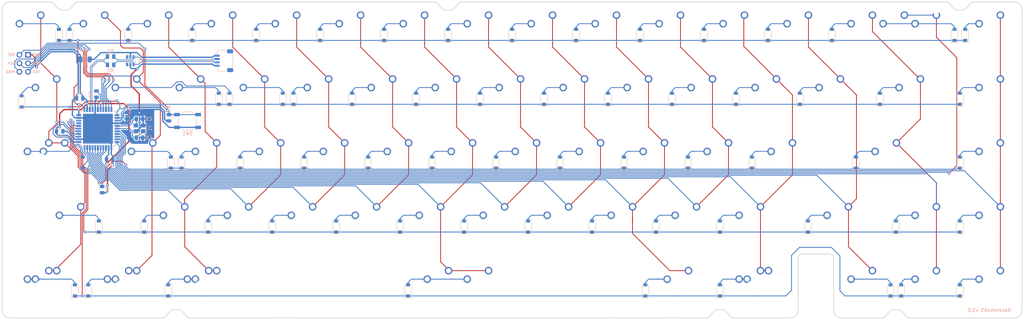
<source format=kicad_pcb>
(kicad_pcb (version 20221018) (generator pcbnew)
  (layers (0 "F.Cu" signal) (31 "B.Cu" signal) (34 "B.Paste" user) (35 "F.Paste" user) (36 "B.SilkS" user "B.Silkscreen") (37 "F.SilkS" user "F.Silkscreen") (38 "B.Mask" user) (39 "F.Mask" user) (44 "Edge.Cuts" user))
  (net 0 "")
  (net 1 "GND")
  (net 2 "XTAL2")
  (net 3 "XTAL1")
  (net 4 "Net-(D1-Pad2)")
  (net 5 "ROW0")
  (net 6 "Net-(D2-Pad2)")
  (net 7 "Net-(D3-Pad2)")
  (net 8 "Net-(D4-Pad2)")
  (net 9 "Net-(D5-Pad2)")
  (net 10 "Net-(D6-Pad2)")
  (net 11 "Net-(D7-Pad2)")
  (net 12 "Net-(D8-Pad2)")
  (net 13 "Net-(D9-Pad2)")
  (net 14 "Net-(D10-Pad2)")
  (net 15 "Net-(D11-Pad2)")
  (net 16 "Net-(D12-Pad2)")
  (net 17 "Net-(D13-Pad2)")
  (net 18 "Net-(D14-Pad2)")
  (net 19 "Net-(D15-Pad2)")
  (net 20 "Net-(D16-Pad2)")
  (net 21 "Net-(D17-Pad2)")
  (net 22 "ROW1")
  (net 23 "Net-(D18-Pad2)")
  (net 24 "Net-(D19-Pad2)")
  (net 25 "Net-(D20-Pad2)")
  (net 26 "Net-(D21-Pad2)")
  (net 27 "Net-(D22-Pad2)")
  (net 28 "Net-(D23-Pad2)")
  (net 29 "Net-(D24-Pad2)")
  (net 30 "Net-(D25-Pad2)")
  (net 31 "Net-(D26-Pad2)")
  (net 32 "Net-(D27-Pad2)")
  (net 33 "Net-(D28-Pad2)")
  (net 34 "Net-(D29-Pad2)")
  (net 35 "Net-(D30-Pad2)")
  (net 36 "Net-(D31-Pad2)")
  (net 37 "Net-(D32-Pad2)")
  (net 38 "ROW2")
  (net 39 "Net-(D33-Pad2)")
  (net 40 "Net-(D34-Pad2)")
  (net 41 "Net-(D35-Pad2)")
  (net 42 "Net-(D36-Pad2)")
  (net 43 "Net-(D37-Pad2)")
  (net 44 "Net-(D38-Pad2)")
  (net 45 "Net-(D39-Pad2)")
  (net 46 "Net-(D40-Pad2)")
  (net 47 "Net-(D41-Pad2)")
  (net 48 "Net-(D42-Pad2)")
  (net 49 "Net-(D43-Pad2)")
  (net 50 "Net-(D44-Pad2)")
  (net 51 "Net-(D45-Pad2)")
  (net 52 "Net-(D46-Pad2)")
  (net 53 "Net-(D47-Pad2)")
  (net 54 "ROW3")
  (net 55 "Net-(D48-Pad2)")
  (net 56 "Net-(D49-Pad2)")
  (net 57 "Net-(D50-Pad2)")
  (net 58 "Net-(D51-Pad2)")
  (net 59 "Net-(D52-Pad2)")
  (net 60 "Net-(D53-Pad2)")
  (net 61 "Net-(D54-Pad2)")
  (net 62 "Net-(D55-Pad2)")
  (net 63 "Net-(D56-Pad2)")
  (net 64 "Net-(D57-Pad2)")
  (net 65 "Net-(D58-Pad2)")
  (net 66 "Net-(D59-Pad2)")
  (net 67 "Net-(D60-Pad2)")
  (net 68 "Net-(D61-Pad2)")
  (net 69 "ROW4")
  (net 70 "Net-(D62-Pad2)")
  (net 71 "Net-(D63-Pad2)")
  (net 72 "Net-(D64-Pad2)")
  (net 73 "Net-(D65-Pad2)")
  (net 74 "Net-(D66-Pad2)")
  (net 75 "Net-(D67-Pad2)")
  (net 76 "Net-(D68-Pad2)")
  (net 77 "VBUS")
  (net 78 "D+")
  (net 79 "D-")
  (net 80 "RESET")
  (net 81 "MOSI")
  (net 82 "SCK")
  (net 83 "MISO")
  (net 84 "COL0")
  (net 85 "COL1")
  (net 86 "COL2")
  (net 87 "COL3")
  (net 88 "COL4")
  (net 89 "COL5")
  (net 90 "COL6")
  (net 91 "COL7")
  (net 92 "COL8")
  (net 93 "COL9")
  (net 94 "COL10")
  (net 95 "COL11")
  (net 96 "COL12")
  (net 97 "COL13")
  (net 98 "COL14")
  (net 99 "COL15")
  (net 100 "Net-(R4-Pad2)")
  (net 101 "Net-(U2-Pad42)")
  (net 102 "Net-(U2-Pad41)")
  (net 103 "Net-(C7-Pad1)")
  (net 104 "+5V")
  (net 105 "/MCU_D+")
  (net 106 "/MCU_D-")
  (net 107 "Net-(U1-Pad4)")
  (net 108 "Net-(U1-Pad3)")
  (footprint "MX_Only:MXOnly-1U-NoLED" (layer "F.Cu") (at 9 9)
    (fp_text reference "MX1")
    (fp_text value "1u")
  )
  (footprint "MX_Only:MXOnly-1U-NoLED" (layer "F.Cu") (at 28.05 9)
    (fp_text reference "MX2")
    (fp_text value "1u")
  )
  (footprint "MX_Only:MXOnly-1U-NoLED" (layer "F.Cu") (at 47.1 9)
    (fp_text reference "MX3")
    (fp_text value "1u")
  )
  (footprint "MX_Only:MXOnly-1U-NoLED" (layer "F.Cu") (at 66.15 9)
    (fp_text reference "MX4")
    (fp_text value "1u")
  )
  (footprint "MX_Only:MXOnly-1U-NoLED" (layer "F.Cu") (at 85.2 9)
    (fp_text reference "MX5")
    (fp_text value "1u")
  )
  (footprint "MX_Only:MXOnly-1U-NoLED" (layer "F.Cu") (at 104.25 9)
    (fp_text reference "MX6")
    (fp_text value "1u")
  )
  (footprint "MX_Only:MXOnly-1U-NoLED" (layer "F.Cu") (at 123.3 9)
    (fp_text reference "MX7")
    (fp_text value "1u")
  )
  (footprint "MX_Only:MXOnly-1U-NoLED" (layer "F.Cu") (at 161.4 9)
    (fp_text reference "MX9")
    (fp_text value "1u")
  )
  (footprint "MX_Only:MXOnly-1U-NoLED" (layer "F.Cu") (at 180.45 9)
    (fp_text reference "MX10")
    (fp_text value "1u")
  )
  (footprint "MX_Only:MXOnly-1U-NoLED" (layer "F.Cu") (at 199.5 9)
    (fp_text reference "MX11")
    (fp_text value "1u")
  )
  (footprint "MX_Only:MXOnly-1U-NoLED" (layer "F.Cu") (at 218.55 9)
    (fp_text reference "MX12")
    (fp_text value "1u")
  )
  (footprint "MX_Only:MXOnly-1U-NoLED" (layer "F.Cu") (at 237.6 9)
    (fp_text reference "MX13")
    (fp_text value "1u")
  )
  (footprint "MX_Only:MXOnly-1U-NoLED" (layer "F.Cu") (at 256.65 9)
    (fp_text reference "MX14")
    (fp_text value "1u")
  )
  (footprint "MX_Only:MXOnly-2U-NoLED" (layer "F.Cu") (at 266.175 9)
    (fp_text reference "MX17")
    (fp_text value "2u")
  )
  (footprint "MX_Only:MXOnly-1.5U-NoLED" (layer "F.Cu") (at 13.7625 28.05)
    (fp_text reference "MX18")
    (fp_text value "1.5u")
  )
  (footprint "MX_Only:MXOnly-1U-NoLED" (layer "F.Cu") (at 37.575 28.05)
    (fp_text reference "MX19")
    (fp_text value "1u")
  )
  (footprint "MX_Only:MXOnly-1U-NoLED" (layer "F.Cu") (at 56.625 28.05)
    (fp_text reference "MX20")
    (fp_text value "1u")
  )
  (footprint "MX_Only:MXOnly-1U-NoLED" (layer "F.Cu") (at 75.675 28.05)
    (fp_text reference "MX21")
    (fp_text value "1u")
  )
  (footprint "MX_Only:MXOnly-1U-NoLED" (layer "F.Cu") (at 94.725 28.05)
    (fp_text reference "MX22")
    (fp_text value "1u")
  )
  (footprint "MX_Only:MXOnly-1U-NoLED" (layer "F.Cu") (at 113.775 28.05)
    (fp_text reference "MX23")
    (fp_text value "1u")
  )
  (footprint "MX_Only:MXOnly-1U-NoLED" (layer "F.Cu") (at 132.825 28.05)
    (fp_text reference "MX24")
    (fp_text value "1u")
  )
  (footprint "MX_Only:MXOnly-1U-NoLED" (layer "F.Cu") (at 151.875 28.05)
    (fp_text reference "MX25")
    (fp_text value "1u")
  )
  (footprint "MX_Only:MXOnly-1U-NoLED" (layer "F.Cu") (at 170.925 28.05)
    (fp_text reference "MX26")
    (fp_text value "1u")
  )
  (footprint "MX_Only:MXOnly-1U-NoLED" (layer "F.Cu") (at 189.975 28.05)
    (fp_text reference "MX27")
    (fp_text value "1u")
  )
  (footprint "MX_Only:MXOnly-1U-NoLED" (layer "F.Cu") (at 209.025 28.05)
    (fp_text reference "MX28")
    (fp_text value "1u")
  )
  (footprint "MX_Only:MXOnly-1U-NoLED" (layer "F.Cu") (at 228.075 28.05)
    (fp_text reference "MX29")
    (fp_text value "1u")
  )
  (footprint "MX_Only:MXOnly-1U-NoLED" (layer "F.Cu") (at 247.125 28.05)
    (fp_text reference "MX30")
    (fp_text value "1u")
  )
  (footprint "MX_Only:MXOnly-1.5U-NoLED" (layer "F.Cu") (at 270.9375 28.05)
    (fp_text reference "MX31")
    (fp_text value "1.5u")
  )
  (footprint "MX_Only:MXOnly-1U-NoLED" (layer "F.Cu") (at 294.75 28.05)
    (fp_text reference "MX32")
    (fp_text value "1u")
  )
  (footprint "MX_Only:MXOnly-1.25U-NoLED" (layer "F.Cu") (at 11.38125 47.1)
    (fp_text reference "MX33")
    (fp_text value "1.25u")
  )
  (footprint "MX_Only:MXOnly-1.75U-NoLED" (layer "F.Cu") (at 16.14375 47.1)
    (fp_text reference "MX34")
    (fp_text value "1.75u")
  )
  (footprint "MX_Only:MXOnly-1U-NoLED" (layer "F.Cu") (at 42.3375 47.1)
    (fp_text reference "MX35")
    (fp_text value "1u")
  )
  (footprint "MX_Only:MXOnly-1U-NoLED" (layer "F.Cu") (at 61.3875 47.1)
    (fp_text reference "MX36")
    (fp_text value "1u")
  )
  (footprint "MX_Only:MXOnly-1U-NoLED" (layer "F.Cu") (at 80.4375 47.1)
    (fp_text reference "MX37")
    (fp_text value "1u")
  )
  (footprint "MX_Only:MXOnly-1U-NoLED" (layer "F.Cu") (at 99.4875 47.1)
    (fp_text reference "MX38")
    (fp_text value "1u")
  )
  (footprint "MX_Only:MXOnly-1U-NoLED" (layer "F.Cu") (at 118.5375 47.1)
    (fp_text reference "MX39")
    (fp_text value "1u")
  )
  (footprint "MX_Only:MXOnly-1U-NoLED" (layer "F.Cu") (at 137.5875 47.1)
    (fp_text reference "MX40")
    (fp_text value "1u")
  )
  (footprint "MX_Only:MXOnly-1U-NoLED" (layer "F.Cu") (at 156.6375 47.1)
    (fp_text reference "MX41")
    (fp_text value "1u")
  )
  (footprint "MX_Only:MXOnly-1U-NoLED" (layer "F.Cu") (at 175.6875 47.1)
    (fp_text reference "MX42")
    (fp_text value "1u")
  )
  (footprint "MX_Only:MXOnly-1U-NoLED" (layer "F.Cu") (at 194.7375 47.1)
    (fp_text reference "MX43")
    (fp_text value "1u")
  )
  (footprint "MX_Only:MXOnly-1U-NoLED" (layer "F.Cu") (at 213.7875 47.1)
    (fp_text reference "MX44")
    (fp_text value "1u")
  )
  (footprint "MX_Only:MXOnly-1U-NoLED" (layer "F.Cu") (at 232.8375 47.1)
    (fp_text reference "MX45")
    (fp_text value "1u")
  )
  (footprint "MX_Only:MXOnly-2.25U-NoLED" (layer "F.Cu") (at 263.79375 47.1)
    (fp_text reference "MX46")
    (fp_text value "2.25u")
  )
  (footprint "MX_Only:MXOnly-1U-NoLED" (layer "F.Cu") (at 294.75 47.1)
    (fp_text reference "MX47")
    (fp_text value "1u")
  )
  (footprint "MX_Only:MXOnly-2.25U-NoLED" (layer "F.Cu") (at 20.90625 66.15)
    (fp_text reference "MX48")
    (fp_text value "2.25u")
  )
  (footprint "MX_Only:MXOnly-1U-NoLED" (layer "F.Cu") (at 51.8625 66.15)
    (fp_text reference "MX49")
    (fp_text value "1u")
  )
  (footprint "MX_Only:MXOnly-1U-NoLED" (layer "F.Cu") (at 70.9125 66.15)
    (fp_text reference "MX50")
    (fp_text value "1u")
  )
  (footprint "MX_Only:MXOnly-1U-NoLED" (layer "F.Cu") (at 89.9625 66.15)
    (fp_text reference "MX51")
    (fp_text value "1u")
  )
  (footprint "MX_Only:MXOnly-1U-NoLED" (layer "F.Cu") (at 109.0125 66.15)
    (fp_text reference "MX52")
    (fp_text value "1u")
  )
  (footprint "MX_Only:MXOnly-1U-NoLED" (layer "F.Cu") (at 128.0625 66.15)
    (fp_text reference "MX53")
    (fp_text value "1u")
  )
  (footprint "MX_Only:MXOnly-1U-NoLED" (layer "F.Cu") (at 147.1125 66.15)
    (fp_text reference "MX54")
    (fp_text value "1u")
  )
  (footprint "MX_Only:MXOnly-1U-NoLED" (layer "F.Cu") (at 166.1625 66.15)
    (fp_text reference "MX55")
    (fp_text value "1u")
  )
  (footprint "MX_Only:MXOnly-1U-NoLED" (layer "F.Cu") (at 185.2125 66.15)
    (fp_text reference "MX56")
    (fp_text value "1u")
  )
  (footprint "MX_Only:MXOnly-1U-NoLED" (layer "F.Cu") (at 204.2625 66.15)
    (fp_text reference "MX57")
    (fp_text value "1u")
  )
  (footprint "MX_Only:MXOnly-1U-NoLED" (layer "F.Cu") (at 223.3125 66.15)
    (fp_text reference "MX58")
    (fp_text value "1u")
  )
  (footprint "MX_Only:MXOnly-1.75U-NoLED" (layer "F.Cu") (at 249.50625 66.15)
    (fp_text reference "MX59")
    (fp_text value "1.75u")
  )
  (footprint "MX_Only:MXOnly-1U-NoLED" (layer "F.Cu") (at 275.7 66.15)
    (fp_text reference "MX60")
    (fp_text value "1u")
  )
  (footprint "MX_Only:MXOnly-1U-NoLED" (layer "F.Cu") (at 294.75 66.15)
    (fp_text reference "MX61")
    (fp_text value "1u")
  )
  (footprint "MX_Only:MXOnly-1.5U-NoLED" (layer "F.Cu") (at 13.7625 85.2)
    (fp_text reference "MX62")
    (fp_text value "1.5u")
  )
  (footprint "MX_Only:MXOnly-1U-NoLED" (layer "F.Cu") (at 37.575 85.2)
    (fp_text reference "MX63")
    (fp_text value "1u")
  )
  (footprint "MX_Only:MXOnly-1.5U-NoLED" (layer "F.Cu") (at 61.3875 85.2)
    (fp_text reference "MX64")
    (fp_text value "1.5u")
  )
  (footprint "MX_Only:MXOnly-1.25U-NoLED" (layer "F.Cu") (at 201.88125 85.2)
    (fp_text reference "MX66")
    (fp_text value "1.25u")
  )
  (footprint "MX_Only:MXOnly-1.5U-NoLED" (layer "F.Cu") (at 223.3125 85.2)
    (fp_text reference "MX67")
    (fp_text value "1.5u")
  )
  (footprint "MX_Only:MXOnly-1U-NoLED" (layer "F.Cu") (at 256.65 85.2)
    (fp_text reference "MX68")
    (fp_text value "1u")
  )
  (footprint "MX_Only:MXOnly-1U-NoLED" (layer "F.Cu") (at 275.7 85.2)
    (fp_text reference "MX69")
    (fp_text value "1u")
  )
  (footprint "MX_Only:MXOnly-1U-NoLED" (layer "F.Cu") (at 294.75 85.2)
    (fp_text reference "MX70")
    (fp_text value "1u")
  )
  (footprint "MX_Only:MXOnly-1.25U-NoLED" (layer "F.Cu") (at 225.69375 85.2)
    (fp_text reference "MX75")
    (fp_text value "1.25u")
  )
  (footprint "MX_Only:MXOnly-7U-ReversedStabilizers-NoLED" (layer "F.Cu") (at 142.35 85.2)
    (fp_text reference "MX65")
    (fp_text value "7u")
  )
  (footprint "MX_Only:MXOnly-1U-NoLED" (layer "F.Cu") (at 142.35 9)
    (fp_text reference "MX8")
    (fp_text value "1u")
  )
  (footprint "MX_Only:MXOnly-1U-NoLED" (layer "F.Cu") (at 294.75 9)
    (fp_text reference "MX16")
    (fp_text value "1u")
  )
  (footprint "MX_Only:MXOnly-1U-NoLED" (layer "F.Cu") (at 275.7 9)
    (fp_text reference "MX15")
    (fp_text value "1u")
  )
  (footprint "MX_Only:MXOnly-1.25U-NoLED" (layer "F.Cu") (at 11.38125 85.2)
    (fp_text reference "MX71")
    (fp_text value "1.25u")
  )
  (footprint "MX_Only:MXOnly-1.25U-NoLED" (layer "F.Cu") (at 35.19375 85.2)
    (fp_text reference "MX72")
    (fp_text value "1.25u")
  )
  (footprint "MX_Only:MXOnly-1.25U-NoLED" (layer "F.Cu") (at 59.00625 85.2)
    (fp_text reference "MX73")
    (fp_text value "1.25u")
  )
  (footprint "MX_Only:MXOnly-6.25U-ReversedStabilizers-NoLED" (layer "F.Cu") (at 130.44375 85.2)
    (fp_text reference "MX74")
    (fp_text value "6.25u")
  )
  (footprint "Fuse:Fuse_1206_3216Metric" (layer "B.Cu") (at 24.71 17.12)
    (fp_text reference "F1")
    (fp_text value "500mA")
  )
  (footprint "Connector_JST:JST_SH_SM04B-SRSS-TB_1x04-1MP_P1.00mm_Horizontal" (layer "B.Cu") (at 66.05 17.50375 -90)
    (fp_text reference "J1")
    (fp_text value "JST SH 4-pin")
  )
  (footprint "bakeneko:ISP" (layer "B.Cu") (at 5.19 20.807501)
    (fp_text reference "J2")
    (fp_text value "AVR-ISP-6")
  )
  (footprint "Resistor_SMD:R_0805_2012Metric" (layer "B.Cu") (at 32.34 18.75375)
    (fp_text reference "R2")
    (fp_text value "22")
  )
  (footprint "Resistor_SMD:R_0805_2012Metric" (layer "B.Cu") (at 32.34 16.25375)
    (fp_text reference "R3")
    (fp_text value "22")
  )
  (footprint "Button_Switch_SMD:SW_SPST_TL3342" (layer "B.Cu") (at 55.24375 35.485)
    (fp_text reference "SW1")
    (fp_text value "Reset")
  )
  (footprint "Capacitor_SMD:C_0805_2012Metric" (layer "B.Cu") (at 40.96 34.87 180)
    (fp_text reference "C5")
    (fp_text value "22p")
  )
  (footprint "Capacitor_SMD:C_0805_2012Metric" (layer "B.Cu") (at 23.12375 28.75 180)
    (fp_text reference "C4")
    (fp_text value "10u")
  )
  (footprint "Capacitor_SMD:C_0805_2012Metric" (layer "B.Cu") (at 32.06 46.91)
    (fp_text reference "C3")
    (fp_text value "0.1u")
  )
  (footprint "Package_QFP:TQFP-44_10x10mm_P0.8mm" (layer "B.Cu") (at 28.55375 37.75875 -90)
    (fp_text reference "U2")
    (fp_text value "ATmega32U4-AU")
  )
  (footprint "Crystal:Crystal_SMD_3225-4Pin_3.2x2.5mm" (layer "B.Cu") (at 40.96 37.67 180)
    (fp_text reference "Y1")
    (fp_text value "16MHz")
  )
  (footprint "Capacitor_SMD:C_0805_2012Metric" (layer "B.Cu") (at 37.16 33.92 -90)
    (fp_text reference "C1")
    (fp_text value "0.1u")
  )
  (footprint "Resistor_SMD:R_0805_2012Metric" (layer "B.Cu") (at 49.71 34.52 -90)
    (fp_text reference "R1")
    (fp_text value "10k")
  )
  (footprint "Diode_SMD:D_SOD-123" (layer "B.Cu") (at 16.9375 9.79375 90)
    (fp_text reference "D1")
    (fp_text value "1N4148")
  )
  (footprint "Diode_SMD:D_SOD-123" (layer "B.Cu") (at 20.1125 9.79375 90)
    (fp_text reference "D2")
    (fp_text value "1N4148")
  )
  (footprint "Diode_SMD:D_SOD-123" (layer "B.Cu") (at 37.575 9.79375 90)
    (fp_text reference "D3")
    (fp_text value "1N4148")
  )
  (footprint "Diode_SMD:D_SOD-123" (layer "B.Cu") (at 56.625 9.79375 90)
    (fp_text reference "D4")
    (fp_text value "1N4148")
  )
  (footprint "Diode_SMD:D_SOD-123" (layer "B.Cu") (at 75.675 9.79375 90)
    (fp_text reference "D5")
    (fp_text value "1N4148")
  )
  (footprint "Diode_SMD:D_SOD-123" (layer "B.Cu") (at 94.725 9.79375 90)
    (fp_text reference "D6")
    (fp_text value "1N4148")
  )
  (footprint "Diode_SMD:D_SOD-123" (layer "B.Cu") (at 113.775 9.79375 90)
    (fp_text reference "D7")
    (fp_text value "1N4148")
  )
  (footprint "Diode_SMD:D_SOD-123" (layer "B.Cu") (at 132.825 9.79375 90)
    (fp_text reference "D8")
    (fp_text value "1N4148")
  )
  (footprint "Diode_SMD:D_SOD-123" (layer "B.Cu") (at 151.875 9.79375 90)
    (fp_text reference "D9")
    (fp_text value "1N4148")
  )
  (footprint "Diode_SMD:D_SOD-123" (layer "B.Cu") (at 170.925 9.79375 90)
    (fp_text reference "D10")
    (fp_text value "1N4148")
  )
  (footprint "Diode_SMD:D_SOD-123" (layer "B.Cu") (at 189.975 9.79375 90)
    (fp_text reference "D11")
    (fp_text value "1N4148")
  )
  (footprint "Diode_SMD:D_SOD-123" (layer "B.Cu") (at 209.025 9.79375 90)
    (fp_text reference "D12")
    (fp_text value "1N4148")
  )
  (footprint "Diode_SMD:D_SOD-123" (layer "B.Cu") (at 247.125 9.79375 90)
    (fp_text reference "D14")
    (fp_text value "1N4148")
  )
  (footprint "Diode_SMD:D_SOD-123" (layer "B.Cu") (at 283.6375 9.79375 90)
    (fp_text reference "D15")
    (fp_text value "1N4148")
  )
  (footprint "Diode_SMD:D_SOD-123" (layer "B.Cu") (at 286.8125 9.79375 90)
    (fp_text reference "D16")
    (fp_text value "1N4148")
  )
  (footprint "Diode_SMD:D_SOD-123" (layer "B.Cu") (at 5.825 29.6375 90)
    (fp_text reference "D17")
    (fp_text value "1N4148")
  )
  (footprint "Diode_SMD:D_SOD-123" (layer "B.Cu") (at 67.7375 28.84375 90)
    (fp_text reference "D18")
    (fp_text value "1N4148")
  )
  (footprint "Diode_SMD:D_SOD-123" (layer "B.Cu") (at 64.5625 28.84375 90)
    (fp_text reference "D19")
    (fp_text value "1N4148")
  )
  (footprint "Diode_SMD:D_SOD-123" (layer "B.Cu") (at 83.6125 28.84375 90)
    (fp_text reference "D20")
    (fp_text value "1N4148")
  )
  (footprint "Diode_SMD:D_SOD-123" (layer "B.Cu") (at 86.7875 28.84375 90)
    (fp_text reference "D21")
    (fp_text value "1N4148")
  )
  (footprint "Diode_SMD:D_SOD-123" (layer "B.Cu") (at 104.25 28.84375 90)
    (fp_text reference "D22")
    (fp_text value "1N4148")
  )
  (footprint "Diode_SMD:D_SOD-123" (layer "B.Cu") (at 123.3 28.84375 90)
    (fp_text reference "D23")
    (fp_text value "1N4148")
  )
  (footprint "Diode_SMD:D_SOD-123" (layer "B.Cu") (at 142.35 28.84375 90)
    (fp_text reference "D24")
    (fp_text value "1N4148")
  )
  (footprint "Diode_SMD:D_SOD-123" (layer "B.Cu") (at 161.4 28.84375 90)
    (fp_text reference "D25")
    (fp_text value "1N4148")
  )
  (footprint "Diode_SMD:D_SOD-123" (layer "B.Cu") (at 180.45 28.84375 90)
    (fp_text reference "D26")
    (fp_text value "1N4148")
  )
  (footprint "Diode_SMD:D_SOD-123" (layer "B.Cu") (at 199.5 28.84375 90)
    (fp_text reference "D27")
    (fp_text value "1N4148")
  )
  (footprint "Diode_SMD:D_SOD-123" (layer "B.Cu") (at 218.55 28.84375 90)
    (fp_text reference "D28")
    (fp_text value "1N4148")
  )
  (footprint "Diode_SMD:D_SOD-123" (layer "B.Cu") (at 237.6 28.84375 90)
    (fp_text reference "D29")
    (fp_text value "1N4148")
  )
  (footprint "Diode_SMD:D_SOD-123" (layer "B.Cu") (at 261.4125 28.84375 90)
    (fp_text reference "D30")
    (fp_text value "1N4148")
  )
  (footprint "Diode_SMD:D_SOD-123" (layer "B.Cu") (at 285.225 28.84375 90)
    (fp_text reference "D31")
    (fp_text value "1N4148")
  )
  (footprint "Diode_SMD:D_SOD-123" (layer "B.Cu") (at 24.08125 47.89375 90)
    (fp_text reference "D32")
    (fp_text value "1N4148")
  )
  (footprint "Diode_SMD:D_SOD-123" (layer "B.Cu") (at 50.275 47.89375 90)
    (fp_text reference "D33")
    (fp_text value "1N4148")
  )
  (footprint "Diode_SMD:D_SOD-123" (layer "B.Cu") (at 53.45 47.89375 90)
    (fp_text reference "D34")
    (fp_text value "1N4148")
  )
  (footprint "Diode_SMD:D_SOD-123" (layer "B.Cu") (at 70.9125 47.89375 90)
    (fp_text reference "D35")
    (fp_text value "1N4148")
  )
  (footprint "Diode_SMD:D_SOD-123" (layer "B.Cu") (at 109.0125 47.89375 90)
    (fp_text reference "D37")
    (fp_text value "1N4148")
  )
  (footprint "Diode_SMD:D_SOD-123" (layer "B.Cu") (at 128.0625 47.89375 90)
    (fp_text reference "D38")
    (fp_text value "1N4148")
  )
  (footprint "Diode_SMD:D_SOD-123" (layer "B.Cu") (at 147.1125 47.89375 90)
    (fp_text reference "D39")
    (fp_text value "1N4148")
  )
  (footprint "Diode_SMD:D_SOD-123" (layer "B.Cu") (at 166.1625 47.89375 90)
    (fp_text reference "D40")
    (fp_text value "1N4148")
  )
  (footprint "Diode_SMD:D_SOD-123" (layer "B.Cu") (at 185.2125 47.89375 90)
    (fp_text reference "D41")
    (fp_text value "1N4148")
  )
  (footprint "Diode_SMD:D_SOD-123" (layer "B.Cu") (at 204.2625 47.89375 90)
    (fp_text reference "D42")
    (fp_text value "1N4148")
  )
  (footprint "Diode_SMD:D_SOD-123" (layer "B.Cu") (at 223.3125 47.89375 90)
    (fp_text reference "D43")
    (fp_text value "1N4148")
  )
  (footprint "Diode_SMD:D_SOD-123" (layer "B.Cu") (at 254.26875 47.89375 90)
    (fp_text reference "D44")
    (fp_text value "1N4148")
  )
  (footprint "Diode_SMD:D_SOD-123" (layer "B.Cu") (at 285.225 47.89375 90)
    (fp_text reference "D45")
    (fp_text value "1N4148")
  )
  (footprint "Diode_SMD:D_SOD-123" (layer "B.Cu") (at 28.84375 66.94375 90)
    (fp_text reference "D46")
    (fp_text value "1N4148")
  )
  (footprint "Diode_SMD:D_SOD-123" (layer "B.Cu") (at 42.3375 66.94375 90)
    (fp_text reference "D47")
    (fp_text value "1N4148")
  )
  (footprint "Diode_SMD:D_SOD-123" (layer "B.Cu") (at 61.3875 66.94375 90)
    (fp_text reference "D48")
    (fp_text value "1N4148")
  )
  (footprint "Diode_SMD:D_SOD-123" (layer "B.Cu") (at 80.4375 66.94375 90)
    (fp_text reference "D49")
    (fp_text value "1N4148")
  )
  (footprint "Diode_SMD:D_SOD-123" (layer "B.Cu") (at 99.4875 66.94375 90)
    (fp_text reference "D50")
    (fp_text value "1N4148")
  )
  (footprint "Diode_SMD:D_SOD-123" (layer "B.Cu") (at 118.5375 66.94375 90)
    (fp_text reference "D51")
    (fp_text value "1N4148")
  )
  (footprint "Diode_SMD:D_SOD-123" (layer "B.Cu") (at 137.5875 66.94375 90)
    (fp_text reference "D52")
    (fp_text value "1N4148")
  )
  (footprint "Diode_SMD:D_SOD-123" (layer "B.Cu") (at 156.6375 66.94375 90)
    (fp_text reference "D53")
    (fp_text value "1N4148")
  )
  (footprint "Diode_SMD:D_SOD-123" (layer "B.Cu") (at 175.6875 66.94375 90)
    (fp_text reference "D54")
    (fp_text value "1N4148")
  )
  (footprint "Diode_SMD:D_SOD-123" (layer "B.Cu") (at 194.7375 66.94375 90)
    (fp_text reference "D55")
    (fp_text value "1N4148")
  )
  (footprint "Diode_SMD:D_SOD-123" (layer "B.Cu") (at 213.7875 66.94375 90)
    (fp_text reference "D56")
    (fp_text value "1N4148")
  )
  (footprint "Diode_SMD:D_SOD-123" (layer "B.Cu") (at 239.98125 66.94375 90)
    (fp_text reference "D57")
    (fp_text value "1N4148")
  )
  (footprint "Diode_SMD:D_SOD-123" (layer "B.Cu") (at 266.175 66.94375 90)
    (fp_text reference "D58")
    (fp_text value "1N4148")
  )
  (footprint "Diode_SMD:D_SOD-123" (layer "B.Cu") (at 285.225 66.94375 90)
    (fp_text reference "D59")
    (fp_text value "1N4148")
  )
  (footprint "Diode_SMD:D_SOD-123" (layer "B.Cu") (at 21.7 85.99375 90)
    (fp_text reference "D60")
    (fp_text value "1N4148")
  )
  (footprint "Diode_SMD:D_SOD-123" (layer "B.Cu") (at 25.66875 85.99375 90)
    (fp_text reference "D61")
    (fp_text value "1N4148")
  )
  (footprint "Diode_SMD:D_SOD-123" (layer "B.Cu") (at 49.48125 85.99375 90)
    (fp_text reference "D62")
    (fp_text value "1N4148")
  )
  (footprint "Diode_SMD:D_SOD-123" (layer "B.Cu") (at 120.91875 85.99375 90)
    (fp_text reference "D63")
    (fp_text value "1N4148")
  )
  (footprint "Diode_SMD:D_SOD-123" (layer "B.Cu") (at 213.7875 85.99375 90)
    (fp_text reference "D65")
    (fp_text value "1N4148")
  )
  (footprint "Diode_SMD:D_SOD-123" (layer "B.Cu") (at 264.5875 85.99375 90)
    (fp_text reference "D66")
    (fp_text value "1N4148")
  )
  (footprint "Diode_SMD:D_SOD-123" (layer "B.Cu") (at 267.7625 85.99375 90)
    (fp_text reference "D67")
    (fp_text value "1N4148")
  )
  (footprint "Diode_SMD:D_SOD-123" (layer "B.Cu") (at 285.225 85.99375 90)
    (fp_text reference "D68")
    (fp_text value "1N4148")
  )
  (footprint "Diode_SMD:D_SOD-123" (layer "B.Cu") (at 228.075 9.79375 90)
    (fp_text reference "D13")
    (fp_text value "1N4148")
  )
  (footprint "Capacitor_SMD:C_0805_2012Metric" (layer "B.Cu") (at 28.12 27.47 -90)
    (fp_text reference "C7")
    (fp_text value "1u")
  )
  (footprint "Capacitor_SMD:C_0805_2012Metric" (layer "B.Cu") (at 40.96 40.47 180)
    (fp_text reference "C6")
    (fp_text value "22p")
  )
  (footprint "Resistor_SMD:R_0805_2012Metric" (layer "B.Cu") (at 29.82375 55.95 90)
    (fp_text reference "R4")
    (fp_text value "10k")
  )
  (footprint "Diode_SMD:D_SOD-123" (layer "B.Cu") (at 89.9625 47.89375 90)
    (fp_text reference "D36")
    (fp_text value "1N4148")
  )
  (footprint "Diode_SMD:D_SOD-123" (layer "B.Cu") (at 191.5625 85.99375 90)
    (fp_text reference "D64")
    (fp_text value "1N4148")
  )
  (footprint "Capacitor_SMD:C_0805_2012Metric" (layer "B.Cu") (at 17.17375 38.55875)
    (fp_text reference "C2")
    (fp_text value "0.1u")
  )
  (footprint "Package_TO_SOT_SMD:SOT-23-6" (layer "B.Cu") (at 38.22375 17.50375 90)
    (fp_text reference "U1")
    (fp_text value "SRV05-4")
  )
  (gr_line (start 128.701894 0) (end 22.648105 0) (stroke (width 0.2)) (layer "Edge.Cuts"))
  (gr_arc (start 303.75 91.95) (mid 303.09099 93.54099) (end 301.5 94.2) (stroke (width 0.2)) (layer "Edge.Cuts"))
  (gr_line (start 238.325 75.15) (end 246.4 75.15) (stroke (width 0.2)) (layer "Edge.Cuts"))
  (gr_arc (start 128.701894 0) (mid 129.479608 0.217362) (end 130.031928 0.806452) (stroke (width 0.2)) (layer "Edge.Cuts"))
  (gr_line (start 301.5 94.2) (end 270.298105 94.2) (stroke (width 0.2)) (layer "Edge.Cuts"))
  (gr_line (start 237.075 76.4) (end 237.075 91.95) (stroke (width 0.2)) (layer "Edge.Cuts"))
  (gr_arc (start 301.5 0) (mid 303.09099 0.65901) (end 303.75 2.25) (stroke (width 0.2)) (layer "Edge.Cuts"))
  (gr_line (start 247.65 76.4) (end 247.65 91.95) (stroke (width 0.2)) (layer "Edge.Cuts"))
  (gr_arc (start 288.018072 0.806452) (mid 285.225 2.500001) (end 282.431928 0.806452) (stroke (width 0.2)) (layer "Edge.Cuts"))
  (gr_arc (start 135.618072 0.806452) (mid 132.825 2.500001) (end 130.031928 0.806452) (stroke (width 0.2)) (layer "Edge.Cuts"))
  (gr_line (start 234.825 94.2) (end 217.910605 94.2) (stroke (width 0.2)) (layer "Edge.Cuts"))
  (gr_arc (start 49.069429 93.393548) (mid 51.8625 91.7) (end 54.655571 93.393549) (stroke (width 0.2)) (layer "Edge.Cuts"))
  (gr_arc (start 217.910606 94.2) (mid 217.132892 93.982639) (end 216.580571 93.393549) (stroke (width 0.2)) (layer "Edge.Cuts"))
  (gr_line (start 209.664394 94.2) (end 55.985605 94.2) (stroke (width 0.2)) (layer "Edge.Cuts"))
  (gr_line (start 281.101894 0) (end 136.948105 0) (stroke (width 0.2)) (layer "Edge.Cuts"))
  (gr_arc (start 210.994428 93.393548) (mid 210.442108 93.982638) (end 209.664394 94.2) (stroke (width 0.2)) (layer "Edge.Cuts"))
  (gr_line (start 0 91.95) (end 0 2.25) (stroke (width 0.2)) (layer "Edge.Cuts"))
  (gr_arc (start 288.018071 0.806452) (mid 288.570391 0.217362) (end 289.348105 0) (stroke (width 0.2)) (layer "Edge.Cuts"))
  (gr_arc (start 0 2.25) (mid 0.65901 0.65901) (end 2.25 0) (stroke (width 0.2)) (layer "Edge.Cuts"))
  (gr_line (start 262.051894 94.2) (end 249.9 94.2) (stroke (width 0.2)) (layer "Edge.Cuts"))
  (gr_arc (start 249.9 94.2) (mid 248.30901 93.54099) (end 247.65 91.95) (stroke (width 0.2)) (layer "Edge.Cuts"))
  (gr_line (start 301.5 0) (end 289.348105 0) (stroke (width 0.2)) (layer "Edge.Cuts"))
  (gr_arc (start 21.318072 0.806452) (mid 18.525 2.500001) (end 15.731928 0.806452) (stroke (width 0.2)) (layer "Edge.Cuts"))
  (gr_arc (start 281.101894 0) (mid 281.879608 0.217362) (end 282.431928 0.806452) (stroke (width 0.2)) (layer "Edge.Cuts"))
  (gr_arc (start 135.618071 0.806452) (mid 136.170391 0.217362) (end 136.948105 0) (stroke (width 0.2)) (layer "Edge.Cuts"))
  (gr_arc (start 210.994429 93.393548) (mid 213.7875 91.7) (end 216.580571 93.393549) (stroke (width 0.2)) (layer "Edge.Cuts"))
  (gr_arc (start 246.4 75.15) (mid 247.283883 75.516117) (end 247.65 76.4) (stroke (width 0.2)) (layer "Edge.Cuts"))
  (gr_arc (start 270.298106 94.2) (mid 269.520392 93.982639) (end 268.968071 93.393549) (stroke (width 0.2)) (layer "Edge.Cuts"))
  (gr_arc (start 263.381928 93.393548) (mid 262.829608 93.982638) (end 262.051894 94.2) (stroke (width 0.2)) (layer "Edge.Cuts"))
  (gr_arc (start 49.069428 93.393548) (mid 48.517108 93.982638) (end 47.739394 94.2) (stroke (width 0.2)) (layer "Edge.Cuts"))
  (gr_arc (start 55.985606 94.2) (mid 55.207892 93.982639) (end 54.655571 93.393549) (stroke (width 0.2)) (layer "Edge.Cuts"))
  (gr_arc (start 263.381929 93.393548) (mid 266.175 91.7) (end 268.968071 93.393549) (stroke (width 0.2)) (layer "Edge.Cuts"))
  (gr_arc (start 237.075 91.95) (mid 236.41599 93.54099) (end 234.825 94.2) (stroke (width 0.2)) (layer "Edge.Cuts"))
  (gr_line (start 47.739394 94.2) (end 2.25 94.2) (stroke (width 0.2)) (layer "Edge.Cuts"))
  (gr_arc (start 2.25 94.2) (mid 0.65901 93.54099) (end 0 91.95) (stroke (width 0.2)) (layer "Edge.Cuts"))
  (gr_arc (start 237.075 76.4) (mid 237.441117 75.516117) (end 238.325 75.15) (stroke (width 0.2)) (layer "Edge.Cuts"))
  (gr_arc (start 21.318071 0.806452) (mid 21.870391 0.217362) (end 22.648105 0) (stroke (width 0.2)) (layer "Edge.Cuts"))
  (gr_arc (start 14.401894 0) (mid 15.179608 0.217362) (end 15.731928 0.806452) (stroke (width 0.2)) (layer "Edge.Cuts"))
  (gr_line (start 303.75 91.95) (end 303.75 2.25) (stroke (width 0.2)) (layer "Edge.Cuts"))
  (gr_line (start 14.401894 0) (end 2.25 0) (stroke (width 0.2)) (layer "Edge.Cuts"))
  (gr_text "Bakeneko65 v3.0" (at 293.965477 91.907501) (layer "B.SilkS") (effects (font (size 1 1)) (justify mirror)))
  (segment (start 38.42875 24.955) (end 38.42875 21.72875) (width 0.381) (layer "F.Cu") (net 1))
  (segment (start 9.79 18.969999) (end 10.251485 19.431484) (width 0.381) (layer "F.Cu") (net 1))
  (segment (start 9.79 16.556501) (end 9.79 18.969999) (width 0.381) (layer "F.Cu") (net 1))
  (segment (start 31.41375 54.63) (end 31.41375 50.16) (width 0.381) (layer "F.Cu") (net 1))
  (segment (start 7.73 15.727501) (end 8.961 15.727501) (width 0.381) (layer "F.Cu") (net 1))
  (segment (start 8.961 15.727501) (end 9.79 16.556501) (width 0.381) (layer "F.Cu") (net 1))
  (segment (start 40.8875 27.41375) (end 38.42875 24.955) (width 0.381) (layer "F.Cu") (net 1))
  (segment (start 38.555858 21.601642) (end 40.2775 19.88) (width 0.381) (layer "F.Cu") (net 1))
  (segment (start 38.42875 21.72875) (end 38.555858 21.601642) (width 0.381) (layer "F.Cu") (net 1))
  (segment (start 31.41375 50.16) (end 32.9975 48.57625) (width 0.381) (layer "F.Cu") (net 1))
  (segment (start 40.8875 33.06) (end 40.8875 27.41375) (width 0.381) (layer "F.Cu") (net 1))
  (via (at 31.41375 54.63) (size 0.8) (drill 0.4) (layers "F.Cu" "B.Cu") (net 1))
  (via (at 40.8875 33.06) (size 0.8) (drill 0.4) (layers "F.Cu" "B.Cu") (net 1))
  (via (at 32.9975 48.57625) (size 0.8) (drill 0.4) (layers "F.Cu" "B.Cu") (net 1))
  (via (at 40.2775 19.88) (size 0.8) (drill 0.4) (layers "F.Cu" "B.Cu") (net 1))
  (via (at 10.251485 19.431484) (size 0.8) (drill 0.4) (layers "F.Cu" "B.Cu") (net 1))
  (segment (start 21.37875 14.83) (end 22.29449 15.74574) (width 0.381) (layer "B.Cu") (net 1))
  (segment (start 22.72899 18.38551) (end 22.72899 27.19) (width 0.381) (layer "B.Cu") (net 1))
  (segment (start 22.85375 34.55875) (end 26.38475 34.55875) (width 0.381) (layer "B.Cu") (net 1))
  (segment (start 58.39375 37.385) (end 52.09375 37.385) (width 0.381) (layer "B.Cu") (net 1))
  (segment (start 42.06 36.82) (end 42.06 35.0325) (width 0.381) (layer "B.Cu") (net 1))
  (segment (start 32.55375 45.48375) (end 32.55375 44.96375) (width 0.381) (layer "B.Cu") (net 1))
  (segment (start 49.755 37.385) (end 47.82899 35.45899) (width 0.381) (layer "B.Cu") (net 1))
  (segment (start 19.07875 38.55875) (end 19.37875 38.55875) (width 0.381) (layer "B.Cu") (net 1))
  (segment (start 32.55375 42.32775) (end 28.70125 38.47525) (width 0.381) (layer "B.Cu") (net 1))
  (segment (start 10.251485 19.431484) (end 10.26 19.422969) (width 0.381) (layer "B.Cu") (net 1))
  (segment (start 14.556705 14.83) (end 21.37875 14.83) (width 0.381) (layer "B.Cu") (net 1))
  (segment (start 42.06 35.0325) (end 41.8975 34.87) (width 0.381) (layer "B.Cu") (net 1))
  (segment (start 32.55375 43.45875) (end 32.55375 42.32775) (width 0.381) (layer "B.Cu") (net 1))
  (segment (start 40.8875 33.06) (end 38.9575 33.06) (width 0.381) (layer "B.Cu") (net 1))
  (segment (start 41.8975 34.07) (end 40.8875 33.06) (width 0.381) (layer "B.Cu") (net 1))
  (segment (start 43.63 39.95) (end 43.11 40.47) (width 0.381) (layer "B.Cu") (net 1))
  (segment (start 29.82375 56.8875) (end 30.93625 56.8875) (width 0.381) (layer "B.Cu") (net 1))
  (segment (start 62.69051 18.51926) (end 63.175 19.00375) (width 0.381) (layer "B.Cu") (net 1))
  (segment (start 10.26 19.422969) (end 10.26 19.126705) (width 0.381) (layer "B.Cu") (net 1))
  (segment (start 20.958991 29.389759) (end 20.958991 30.424759) (width 0.381) (layer "B.Cu") (net 1))
  (segment (start 47.82899 32.810662) (end 47.82899 35.45899) (width 0.381) (layer "B.Cu") (net 1))
  (segment (start 20.958991 30.424759) (end 20.958991 33.794991) (width 0.381) (layer "B.Cu") (net 1))
  (segment (start 43.63 37.309) (end 43.63 39.95) (width 0.381) (layer "B.Cu") (net 1))
  (segment (start 23.98475 40.95875) (end 26.38475 38.55875) (width 0.381) (layer "B.Cu") (net 1))
  (segment (start 22.18625 28.75) (end 21.59875 28.75) (width 0.381) (layer "B.Cu") (net 1))
  (segment (start 37.16 35.87) (end 37.16 34.8575) (width 0.381) (layer "B.Cu") (net 1))
  (segment (start 34.25375 36.15875) (end 36.87125 36.15875) (width 0.381) (layer "B.Cu") (net 1))
  (segment (start 31.01775 36.15875) (end 28.70125 38.47525) (width 0.381) (layer "B.Cu") (net 1))
  (segment (start 39.86 38.52) (end 40.162902 38.52) (width 0.381) (layer "B.Cu") (net 1))
  (segment (start 40.2775 19.88) (end 41.63824 18.51926) (width 0.381) (layer "B.Cu") (net 1))
  (segment (start 43.11 40.47) (end 41.8975 40.47) (width 0.381) (layer "B.Cu") (net 1))
  (segment (start 30.93625 56.8875) (end 31.41375 56.41) (width 0.381) (layer "B.Cu") (net 1))
  (segment (start 32.9975 46.91) (end 32.9975 45.9275) (width 0.381) (layer "B.Cu") (net 1))
  (segment (start 26.38475 38.47525) (end 26.38475 34.55875) (width 0.381) (layer "B.Cu") (net 1))
  (segment (start 41.862902 36.82) (end 42.06 36.82) (width 0.381) (layer "B.Cu") (net 1))
  (segment (start 28.12 28.995) (end 27.75375 29.36125) (width 0.381) (layer "B.Cu") (net 1))
  (segment (start 47.068328 32.05) (end 47.82899 32.810662) (width 0.381) (layer "B.Cu") (net 1))
  (segment (start 32.55375 43.45875) (end 32.55375 44.96375) (width 0.381) (layer "B.Cu") (net 1))
  (segment (start 28.70125 38.47525) (end 26.38475 38.47525) (width 0.381) (layer "B.Cu") (net 1))
  (segment (start 52.09375 37.385) (end 49.755 37.385) (width 0.381) (layer "B.Cu") (net 1))
  (segment (start 31.41375 56.41) (end 31.41375 54.63) (width 0.381) (layer "B.Cu") (net 1))
  (segment (start 36.87125 36.15875) (end 37.16 35.87) (width 0.381) (layer "B.Cu") (net 1))
  (segment (start 63.175 19.00375) (end 64.05 19.00375) (width 0.381) (layer "B.Cu") (net 1))
  (segment (start 40.8875 33.06) (end 41.8975 32.05) (width 0.381) (layer "B.Cu") (net 1))
  (segment (start 26.38475 34.55875) (end 27.75375 33.18975) (width 0.381) (layer "B.Cu") (net 1))
  (segment (start 22.18625 28.75) (end 22.18625 27.72274) (width 0.381) (layer "B.Cu") (net 1))
  (segment (start 22.72899 27.19) (end 22.18625 27.73274) (width 0.381) (layer "B.Cu") (net 1))
  (segment (start 10.26 19.126705) (end 14.556705 14.83) (width 0.381) (layer "B.Cu") (net 1))
  (segment (start 32.9975 46.91) (end 32.9975 48.57625) (width 0.381) (layer "B.Cu") (net 1))
  (segment (start 21.77875 40.95875) (end 22.85375 40.95875) (width 0.381) (layer "B.Cu") (net 1))
  (segment (start 43.141 36.82) (end 42.06 36.82) (width 0.381) (layer "B.Cu") (net 1))
  (segment (start 22.18625 27.73274) (end 22.18625 28.75) (width 0.381) (layer "B.Cu") (net 1))
  (segment (start 43.141 36.82) (end 43.63 37.309) (width 0.381) (layer "B.Cu") (net 1))
  (segment (start 38.22375 19.5) (end 38.60375 19.88) (width 0.381) (layer "B.Cu") (net 1))
  (segment (start 18.11125 38.55875) (end 19.07875 38.55875) (width 0.381) (layer "B.Cu") (net 1))
  (segment (start 32.9975 45.9275) (end 32.55375 45.48375) (width 0.381) (layer "B.Cu") (net 1))
  (segment (start 26.38475 38.55875) (end 26.38475 38.47525) (width 0.381) (layer "B.Cu") (net 1))
  (segment (start 21.59875 28.75) (end 20.958991 29.389759) (width 0.381) (layer "B.Cu") (net 1))
  (segment (start 28.12 28.4075) (end 28.12 28.995) (width 0.381) (layer "B.Cu") (net 1))
  (segment (start 27.75375 33.18975) (end 27.75375 32.05875) (width 0.381) (layer "B.Cu") (net 1))
  (segment (start 41.8975 34.87) (end 41.8975 34.07) (width 0.381) (layer "B.Cu") (net 1))
  (segment (start 38.60375 19.88) (end 40.2775 19.88) (width 0.381) (layer "B.Cu") (net 1))
  (segment (start 19.37875 38.55875) (end 21.77875 40.95875) (width 0.381) (layer "B.Cu") (net 1))
  (segment (start 20.958991 33.794991) (end 21.72275 34.55875) (width 0.381) (layer "B.Cu") (net 1))
  (segment (start 22.29449 18.01031) (end 22.66969 18.38551) (width 0.381) (layer "B.Cu") (net 1))
  (segment (start 27.75375 32.05875) (end 27.75375 30.04625) (width 0.381) (layer "B.Cu") (net 1))
  (segment (start 41.63824 18.51926) (end 62.69051 18.51926) (width 0.381) (layer "B.Cu") (net 1))
  (segment (start 27.75375 29.36125) (end 27.75375 30.04625) (width 0.381) (layer "B.Cu") (net 1))
  (segment (start 22.29449 15.74574) (end 22.29449 18.01031) (width 0.381) (layer "B.Cu") (net 1))
  (segment (start 22.85375 40.95875) (end 23.98475 40.95875) (width 0.381) (layer "B.Cu") (net 1))
  (segment (start 37.16 34.8575) (end 38.9575 33.06) (width 0.381) (layer "B.Cu") (net 1))
  (segment (start 21.72275 34.55875) (end 22.85375 34.55875) (width 0.381) (layer "B.Cu") (net 1))
  (segment (start 41.8975 32.05) (end 47.068328 32.05) (width 0.381) (layer "B.Cu") (net 1))
  (segment (start 38.22375 18.60375) (end 38.22375 19.5) (width 0.381) (layer "B.Cu") (net 1))
  (segment (start 40.162902 38.52) (end 41.862902 36.82) (width 0.381) (layer "B.Cu") (net 1))
  (segment (start 34.25375 36.15875) (end 31.01775 36.15875) (width 0.381) (layer "B.Cu") (net 1))
  (segment (start 22.66969 18.38551) (end 22.72899 18.38551) (width 0.381) (layer "B.Cu") (net 1))
  (segment (start 37.75125 36.95875) (end 34.25375 36.95875) (width 0.25) (layer "B.Cu") (net 2))
  (segment (start 40.0225 34.87) (end 40.0225 36.6575) (width 0.25) (layer "B.Cu") (net 2))
  (segment (start 39.435 34.87) (end 38.81125 35.49375) (width 0.25) (layer "B.Cu") (net 2))
  (segment (start 40.0225 36.6575) (end 39.86 36.82) (width 0.25) (layer "B.Cu") (net 2))
  (segment (start 38.81125 35.49375) (end 38.81125 36.08125) (width 0.25) (layer "B.Cu") (net 2))
  (segment (start 38.81125 36.08125) (end 37.93375 36.95875) (width 0.25) (layer "B.Cu") (net 2))
  (segment (start 37.93375 36.95875) (end 37.75125 36.95875) (width 0.25) (layer "B.Cu") (net 2))
  (segment (start 40.0225 34.87) (end 39.435 34.87) (width 0.25) (layer "B.Cu") (net 2))
  (segment (start 38.79 39.825) (end 38.79 38.56) (width 0.25) (layer "B.Cu") (net 3))
  (segment (start 34.25375 37.75875) (end 37.98875 37.75875) (width 0.25) (layer "B.Cu") (net 3))
  (segment (start 39.435 40.47) (end 38.79 39.825) (width 0.25) (layer "B.Cu") (net 3))
  (segment (start 40.0225 40.47) (end 39.435 40.47) (width 0.25) (layer "B.Cu") (net 3))
  (segment (start 41.9725 38.52) (end 42.06 38.52) (width 0.25) (layer "B.Cu") (net 3))
  (segment (start 40.0225 40.47) (end 41.9725 38.52) (width 0.25) (layer "B.Cu") (net 3))
  (segment (start 38.79 38.56) (end 37.98875 37.75875) (width 0.25) (layer "B.Cu") (net 3))
  (segment (start 5.19 6.46) (end 15.95375 6.46) (width 0.25) (layer "B.Cu") (net 4))
  (segment (start 15.95375 6.46) (end 16.9375 7.44375) (width 0.25) (layer "B.Cu") (net 4))
  (segment (start 16.9375 7.44375) (end 16.9375 8.14375) (width 0.25) (layer "B.Cu") (net 4))
  (segment (start 21.46 25.48) (end 21.46 29.696935) (width 0.25) (layer "F.Cu") (net 5))
  (segment (start 22.60375 24.33625) (end 21.46 25.48) (width 0.25) (layer "F.Cu") (net 5))
  (segment (start 22.328065 30.565) (end 22.89375 30.565) (width 0.25) (layer "F.Cu") (net 5))
  (segment (start 22.60375 11.44375) (end 22.60375 24.33625) (width 0.25) (layer "F.Cu") (net 5))
  (segment (start 21.46 29.696935) (end 22.328065 30.565) (width 0.25) (layer "F.Cu") (net 5))
  (via (at 22.89375 30.565) (size 0.8) (drill 0.4) (layers "F.Cu" "B.Cu") (net 5))
  (via (at 22.60375 11.44375) (size 0.8) (drill 0.4) (layers "F.Cu" "B.Cu") (net 5))
  (segment (start 24.55375 32.05875) (end 24.55375 31.58375) (width 0.25) (layer "B.Cu") (net 5))
  (segment (start 20.27125 11.44375) (end 23.04625 11.44375) (width 0.25) (layer "B.Cu") (net 5))
  (segment (start 23.04625 11.44375) (end 286.8125 11.44375) (width 0.25) (layer "B.Cu") (net 5))
  (segment (start 24.55375 31.58375) (end 23.535 30.565) (width 0.25) (layer "B.Cu") (net 5))
  (segment (start 21.46625 11.44375) (end 16.9375 11.44375) (width 0.25) (layer "B.Cu") (net 5))
  (segment (start 23.535 30.565) (end 22.89375 30.565) (width 0.25) (layer "B.Cu") (net 5))
  (segment (start 23.04625 11.44375) (end 21.46625 11.44375) (width 0.25) (layer "B.Cu") (net 5))
  (segment (start 21.09625 6.46) (end 20.1125 7.44375) (width 0.25) (layer "B.Cu") (net 6))
  (segment (start 24.24 6.46) (end 21.09625 6.46) (width 0.25) (layer "B.Cu") (net 6))
  (segment (start 20.1125 7.44375) (end 20.1125 8.14375) (width 0.25) (layer "B.Cu") (net 6))
  (segment (start 38.55875 6.46) (end 37.575 7.44375) (width 0.25) (layer "B.Cu") (net 7))
  (segment (start 43.29 6.46) (end 38.55875 6.46) (width 0.25) (layer "B.Cu") (net 7))
  (segment (start 37.575 7.44375) (end 37.575 8.14375) (width 0.25) (layer "B.Cu") (net 7))
  (segment (start 60.74901 6.46) (end 62.34 6.46) (width 0.25) (layer "B.Cu") (net 8))
  (segment (start 57.60875 6.46) (end 60.74901 6.46) (width 0.25) (layer "B.Cu") (net 8))
  (segment (start 56.625 8.14375) (end 56.625 7.44375) (width 0.25) (layer "B.Cu") (net 8))
  (segment (start 56.625 7.44375) (end 57.60875 6.46) (width 0.25) (layer "B.Cu") (net 8))
  (segment (start 81.39 6.46) (end 76.65875 6.46) (width 0.25) (layer "B.Cu") (net 9))
  (segment (start 75.675 7.44375) (end 75.675 8.14375) (width 0.25) (layer "B.Cu") (net 9))
  (segment (start 76.65875 6.46) (end 75.675 7.44375) (width 0.25) (layer "B.Cu") (net 9))
  (segment (start 100.44 6.46) (end 95.70875 6.46) (width 0.25) (layer "B.Cu") (net 10))
  (segment (start 94.725 7.44375) (end 94.725 8.14375) (width 0.25) (layer "B.Cu") (net 10))
  (segment (start 95.70875 6.46) (end 94.725 7.44375) (width 0.25) (layer "B.Cu") (net 10))
  (segment (start 119.49 6.46) (end 114.75875 6.46) (width 0.25) (layer "B.Cu") (net 11))
  (segment (start 114.75875 6.46) (end 113.775 7.44375) (width 0.25) (layer "B.Cu") (net 11))
  (segment (start 113.775 7.44375) (end 113.775 8.14375) (width 0.25) (layer "B.Cu") (net 11))
  (segment (start 133.80875 6.46) (end 132.825 7.44375) (width 0.25) (layer "B.Cu") (net 12))
  (segment (start 138.54 6.46) (end 133.80875 6.46) (width 0.25) (layer "B.Cu") (net 12))
  (segment (start 132.825 7.44375) (end 132.825 8.14375) (width 0.25) (layer "B.Cu") (net 12))
  (segment (start 151.875 7.44375) (end 151.875 8.14375) (width 0.25) (layer "B.Cu") (net 13))
  (segment (start 152.85875 6.46) (end 151.875 7.44375) (width 0.25) (layer "B.Cu") (net 13))
  (segment (start 157.59 6.46) (end 152.85875 6.46) (width 0.25) (layer "B.Cu") (net 13))
  (segment (start 170.925 7.44375) (end 170.925 8.14375) (width 0.25) (layer "B.Cu") (net 14))
  (segment (start 176.64 6.46) (end 171.90875 6.46) (width 0.25) (layer "B.Cu") (net 14))
  (segment (start 171.90875 6.46) (end 170.925 7.44375) (width 0.25) (layer "B.Cu") (net 14))
  (segment (start 195.69 6.46) (end 190.95875 6.46) (width 0.25) (layer "B.Cu") (net 15))
  (segment (start 189.975 7.44375) (end 189.975 8.14375) (width 0.25) (layer "B.Cu") (net 15))
  (segment (start 190.95875 6.46) (end 189.975 7.44375) (width 0.25) (layer "B.Cu") (net 15))
  (segment (start 210.00875 6.46) (end 209.025 7.44375) (width 0.25) (layer "B.Cu") (net 16))
  (segment (start 214.74 6.46) (end 210.00875 6.46) (width 0.25) (layer "B.Cu") (net 16))
  (segment (start 209.025 7.44375) (end 209.025 8.14375) (width 0.25) (layer "B.Cu") (net 16))
  (segment (start 228.075 7.44375) (end 228.075 8.14375) (width 0.25) (layer "B.Cu") (net 17))
  (segment (start 233.79 6.46) (end 229.05875 6.46) (width 0.25) (layer "B.Cu") (net 17))
  (segment (start 229.05875 6.46) (end 228.075 7.44375) (width 0.25) (layer "B.Cu") (net 17))
  (segment (start 252.84 6.46) (end 248.10875 6.46) (width 0.25) (layer "B.Cu") (net 18))
  (segment (start 248.10875 6.46) (end 247.125 7.44375) (width 0.25) (layer "B.Cu") (net 18))
  (segment (start 247.125 7.44375) (end 247.125 8.14375) (width 0.25) (layer "B.Cu") (net 18))
  (segment (start 282.65375 6.46) (end 283.6375 7.44375) (width 0.25) (layer "B.Cu") (net 19))
  (segment (start 262.365 6.46) (end 271.89 6.46) (width 0.25) (layer "B.Cu") (net 19))
  (segment (start 271.89 6.46) (end 282.65375 6.46) (width 0.25) (layer "B.Cu") (net 19))
  (segment (start 283.6375 7.44375) (end 283.6375 8.14375) (width 0.25) (layer "B.Cu") (net 19))
  (segment (start 286.8125 7.44375) (end 286.8125 8.14375) (width 0.25) (layer "B.Cu") (net 20))
  (segment (start 290.94 6.46) (end 287.79625 6.46) (width 0.25) (layer "B.Cu") (net 20))
  (segment (start 287.79625 6.46) (end 286.8125 7.44375) (width 0.25) (layer "B.Cu") (net 20))
  (segment (start 7.6025 25.51) (end 5.825 27.2875) (width 0.25) (layer "B.Cu") (net 21))
  (segment (start 5.825 27.2875) (end 5.825 27.9875) (width 0.25) (layer "B.Cu") (net 21))
  (segment (start 9.9525 25.51) (end 7.6025 25.51) (width 0.25) (layer "B.Cu") (net 21))
  (segment (start 34.14 29.57) (end 34.25 29.46) (width 0.25) (layer "F.Cu") (net 22))
  (segment (start 23.296998 31.29) (end 25.016998 29.57) (width 0.25) (layer "F.Cu") (net 22))
  (segment (start 25.016998 29.57) (end 33.34 29.57) (width 0.25) (layer "F.Cu") (net 22))
  (segment (start 33.34 29.57) (end 34.14 29.57) (width 0.25) (layer "F.Cu") (net 22))
  (segment (start 20.16 31.29) (end 23.296998 31.29) (width 0.25) (layer "F.Cu") (net 22))
  (via (at 20.16 31.29) (size 0.8) (drill 0.4) (layers "F.Cu" "B.Cu") (net 22))
  (via (at 34.25 29.46) (size 0.8) (drill 0.4) (layers "F.Cu" "B.Cu") (net 22))
  (segment (start 285.225 30.49375) (end 64.5625 30.49375) (width 0.25) (layer "B.Cu") (net 22))
  (segment (start 20.1575 31.2875) (end 20.16 31.29) (width 0.25) (layer "B.Cu") (net 22))
  (segment (start 37.435602 30.49375) (end 36.129352 31.8) (width 0.25) (layer "B.Cu") (net 22))
  (segment (start 5.825 31.2875) (end 20.1575 31.2875) (width 0.25) (layer "B.Cu") (net 22))
  (segment (start 37.435602 30.49375) (end 64.5625 30.49375) (width 0.25) (layer "B.Cu") (net 22))
  (segment (start 36.129352 31.8) (end 35.0825 31.8) (width 0.25) (layer "B.Cu") (net 22))
  (segment (start 35.0825 30.2925) (end 34.25 29.46) (width 0.25) (layer "B.Cu") (net 22))
  (segment (start 34.25375 32.62875) (end 34.25375 33.75875) (width 0.25) (layer "B.Cu") (net 22))
  (segment (start 35.0825 31.8) (end 34.25375 32.62875) (width 0.25) (layer "B.Cu") (net 22))
  (segment (start 35.0825 31.8) (end 35.0825 30.2925) (width 0.25) (layer "B.Cu") (net 22))
  (segment (start 50.37375 25.51) (end 33.765 25.51) (width 0.25) (layer "B.Cu") (net 23))
  (segment (start 52.07875 23.805) (end 50.37375 25.51) (width 0.25) (layer "B.Cu") (net 23))
  (segment (start 67.7375 27.19375) (end 67.7375 26.49375) (width 0.25) (layer "B.Cu") (net 23))
  (segment (start 66.29875 25.055) (end 54.82875 25.055) (width 0.25) (layer "B.Cu") (net 23))
  (segment (start 67.7375 26.49375) (end 66.29875 25.055) (width 0.25) (layer "B.Cu") (net 23))
  (segment (start 53.57875 23.805) (end 52.07875 23.805) (width 0.25) (layer "B.Cu") (net 23))
  (segment (start 54.82875 25.055) (end 53.57875 23.805) (width 0.25) (layer "B.Cu") (net 23))
  (segment (start 64.5625 26.49375) (end 64.5625 27.19375) (width 0.25) (layer "B.Cu") (net 24))
  (segment (start 52.815 25.51) (end 63.57875 25.51) (width 0.25) (layer "B.Cu") (net 24))
  (segment (start 63.57875 25.51) (end 64.5625 26.49375) (width 0.25) (layer "B.Cu") (net 24))
  (segment (start 71.865 25.51) (end 82.62875 25.51) (width 0.25) (layer "B.Cu") (net 25))
  (segment (start 82.62875 25.51) (end 83.6125 26.49375) (width 0.25) (layer "B.Cu") (net 25))
  (segment (start 83.6125 26.49375) (end 83.6125 27.19375) (width 0.25) (layer "B.Cu") (net 25))
  (segment (start 89.32401 25.51) (end 90.915 25.51) (width 0.25) (layer "B.Cu") (net 26))
  (segment (start 86.7875 27.19375) (end 86.7875 26.49375) (width 0.25) (layer "B.Cu") (net 26))
  (segment (start 86.7875 26.49375) (end 87.77125 25.51) (width 0.25) (layer "B.Cu") (net 26))
  (segment (start 87.77125 25.51) (end 89.32401 25.51) (width 0.25) (layer "B.Cu") (net 26))
  (segment (start 108.37401 25.51) (end 109.965 25.51) (width 0.25) (layer "B.Cu") (net 27))
  (segment (start 104.25 27.19375) (end 104.25 26.49375) (width 0.25) (layer "B.Cu") (net 27))
  (segment (start 105.23375 25.51) (end 108.37401 25.51) (width 0.25) (layer "B.Cu") (net 27))
  (segment (start 104.25 26.49375) (end 105.23375 25.51) (width 0.25) (layer "B.Cu") (net 27))
  (segment (start 129.015 25.51) (end 124.28375 25.51) (width 0.25) (layer "B.Cu") (net 28))
  (segment (start 124.28375 25.51) (end 123.3 26.49375) (width 0.25) (layer "B.Cu") (net 28))
  (segment (start 123.3 26.49375) (end 123.3 27.19375) (width 0.25) (layer "B.Cu") (net 28))
  (segment (start 148.065 25.51) (end 143.33375 25.51) (width 0.25) (layer "B.Cu") (net 29))
  (segment (start 142.35 26.49375) (end 142.35 27.19375) (width 0.25) (layer "B.Cu") (net 29))
  (segment (start 143.33375 25.51) (end 142.35 26.49375) (width 0.25) (layer "B.Cu") (net 29))
  (segment (start 167.115 25.51) (end 162.38375 25.51) (width 0.25) (layer "B.Cu") (net 30))
  (segment (start 162.38375 25.51) (end 161.4 26.49375) (width 0.25) (layer "B.Cu") (net 30))
  (segment (start 161.4 26.49375) (end 161.4 27.19375) (width 0.25) (layer "B.Cu") (net 30))
  (segment (start 180.45 26.49375) (end 180.45 27.19375) (width 0.25) (layer "B.Cu") (net 31))
  (segment (start 181.43375 25.51) (end 180.45 26.49375) (width 0.25) (layer "B.Cu") (net 31))
  (segment (start 186.165 25.51) (end 181.43375 25.51) (width 0.25) (layer "B.Cu") (net 31))
  (segment (start 200.48375 25.51) (end 199.5 26.49375) (width 0.25) (layer "B.Cu") (net 32))
  (segment (start 205.215 25.51) (end 200.48375 25.51) (width 0.25) (layer "B.Cu") (net 32))
  (segment (start 199.5 26.49375) (end 199.5 27.19375) (width 0.25) (layer "B.Cu") (net 32))
  (segment (start 218.55 26.49375) (end 218.55 27.19375) (width 0.25) (layer "B.Cu") (net 33))
  (segment (start 224.265 25.51) (end 219.53375 25.51) (width 0.25) (layer "B.Cu") (net 33))
  (segment (start 219.53375 25.51) (end 218.55 26.49375) (width 0.25) (layer "B.Cu") (net 33))
  (segment (start 237.6 26.49375) (end 237.6 27.19375) (width 0.25) (layer "B.Cu") (net 34))
  (segment (start 243.315 25.51) (end 238.58375 25.51) (width 0.25) (layer "B.Cu") (net 34))
  (segment (start 238.58375 25.51) (end 237.6 26.49375) (width 0.25) (layer "B.Cu") (net 34))
  (segment (start 267.1275 25.51) (end 262.39625 25.51) (width 0.25) (layer "B.Cu") (net 35))
  (segment (start 261.4125 26.49375) (end 261.4125 27.19375) (width 0.25) (layer "B.Cu") (net 35))
  (segment (start 262.39625 25.51) (end 261.4125 26.49375) (width 0.25) (layer "B.Cu") (net 35))
  (segment (start 286.20875 25.51) (end 285.225 26.49375) (width 0.25) (layer "B.Cu") (net 36))
  (segment (start 285.225 26.49375) (end 285.225 27.19375) (width 0.25) (layer "B.Cu") (net 36))
  (segment (start 290.94 25.51) (end 286.20875 25.51) (width 0.25) (layer "B.Cu") (net 36))
  (segment (start 21.43374 42.92001) (end 22.63735 42.92001) (width 0.25) (layer "B.Cu") (net 37))
  (segment (start 7.57125 44.56) (end 12.33375 44.56) (width 0.25) (layer "B.Cu") (net 37))
  (segment (start 23.379991 43.662651) (end 23.379991 44.63015) (width 0.25) (layer "B.Cu") (net 37))
  (segment (start 24.08125 45.331409) (end 24.08125 46.24375) (width 0.25) (layer "B.Cu") (net 37))
  (segment (start 19.79375 44.56) (end 21.43374 42.92001) (width 0.25) (layer "B.Cu") (net 37))
  (segment (start 23.379991 44.63015) (end 24.08125 45.331409) (width 0.25) (layer "B.Cu") (net 37))
  (segment (start 12.33375 44.56) (end 19.79375 44.56) (width 0.25) (layer "B.Cu") (net 37))
  (segment (start 22.63735 42.92001) (end 23.379991 43.662651) (width 0.25) (layer "B.Cu") (net 37))
  (segment (start 30.89824 49.554762) (end 31.768376 48.684626) (width 0.25) (layer "F.Cu") (net 38))
  (segment (start 31.768376 48.684626) (end 32.963002 47.49) (width 0.25) (layer "F.Cu") (net 38))
  (segment (start 28.94375 53.97) (end 29.92824 53.97) (width 0.25) (layer "F.Cu") (net 38))
  (segment (start 30.89824 53) (end 30.89824 49.554762) (width 0.25) (layer "F.Cu") (net 38))
  (segment (start 32.963002 47.49) (end 35.78375 47.49) (width 0.25) (layer "F.Cu") (net 38))
  (segment (start 29.92824 53.97) (end 30.89824 53) (width 0.25) (layer "F.Cu") (net 38))
  (segment (start 35.78375 47.49) (end 36.88375 48.59) (width 0.25) (layer "F.Cu") (net 38))
  (via (at 36.88375 48.59) (size 0.8) (drill 0.4) (layers "F.Cu" "B.Cu") (net 38))
  (via (at 28.94375 53.97) (size 0.8) (drill 0.4) (layers "F.Cu" "B.Cu") (net 38))
  (segment (start 16.59375 36.5) (end 18.195 36.5) (width 0.25) (layer "B.Cu") (net 38))
  (segment (start 184.3625 49.54375) (end 184.037509 49.868741) (width 0.25) (layer "B.Cu") (net 38))
  (segment (start 255.11875 49.54375) (end 255.443741 49.868741) (width 0.25) (layer "B.Cu") (net 38))
  (segment (start 36.88375 49.026592) (end 37.725899 49.868741) (width 0.25) (layer "B.Cu") (net 38))
  (segment (start 24.08125 49.54375) (end 24.08125 48.84375) (width 0.25) (layer "B.Cu") (net 38))
  (segment (start 204.2625 49.54375) (end 205.1125 49.54375) (width 0.25) (layer "B.Cu") (net 38))
  (segment (start 204.2625 49.54375) (end 203.4125 49.54375) (width 0.25) (layer "B.Cu") (net 38))
  (segment (start 223.3125 49.54375) (end 222.4625 49.54375) (width 0.25) (layer "B.Cu") (net 38))
  (segment (start 109.0125 49.54375) (end 108.1625 49.54375) (width 0.25) (layer "B.Cu") (net 38))
  (segment (start 70.9125 49.54375) (end 71.7625 49.54375) (width 0.25) (layer "B.Cu") (net 38))
  (segment (start 70.9125 49.54375) (end 70.0625 49.54375) (width 0.25) (layer "B.Cu") (net 38))
  (segment (start 21.439288 42.47) (end 19.254798 40.28551) (width 0.25) (layer "B.Cu") (net 38))
  (segment (start 253.093759 49.868741) (end 224.487491 49.868741) (width 0.25) (layer "B.Cu") (net 38))
  (segment (start 108.1625 49.54375) (end 107.837509 49.868741) (width 0.25) (layer "B.Cu") (net 38))
  (segment (start 49.100009 49.868741) (end 49.425 49.54375) (width 0.25) (layer "B.Cu") (net 38))
  (segment (start 127.2125 49.54375) (end 126.887509 49.868741) (width 0.25) (layer "B.Cu") (net 38))
  (segment (start 24.96251 51.12501) (end 26.54791 51.12501) (width 0.25) (layer "B.Cu") (net 38))
  (segment (start 15.22375 37.87) (end 16.59375 36.5) (width 0.25) (layer "B.Cu") (net 38))
  (segment (start 185.2125 49.54375) (end 184.3625 49.54375) (width 0.25) (layer "B.Cu") (net 38))
  (segment (start 184.037509 49.868741) (end 167.337491 49.868741) (width 0.25) (layer "B.Cu") (net 38))
  (segment (start 25.503704 47.421296) (end 25.503704 46.117453) (width 0.25) (layer "B.Cu") (net 38))
  (segment (start 109.0125 49.54375) (end 109.8625 49.54375) (width 0.25) (layer "B.Cu") (net 38))
  (segment (start 166.1625 49.54375) (end 167.0125 49.54375) (width 0.25) (layer "B.Cu") (net 38))
  (segment (start 128.9125 49.54375) (end 129.237491 49.868741) (width 0.25) (layer "B.Cu") (net 38))
  (segment (start 19.254798 40.28551) (end 16.16926 40.28551) (width 0.25) (layer "B.Cu") (net 38))
  (segment (start 88.787509 49.868741) (end 72.087491 49.868741) (width 0.25) (layer "B.Cu") (net 38))
  (segment (start 147.9625 49.54375) (end 148.287491 49.868741) (width 0.25) (layer "B.Cu") (net 38))
  (segment (start 16.16926 40.28551) (end 15.22375 39.34) (width 0.25) (layer "B.Cu") (net 38))
  (segment (start 24.08125 48.84375) (end 24.759375 48.165625) (width 0.25) (layer "B.Cu") (net 38))
  (segment (start 147.1125 49.54375) (end 147.9625 49.54375) (width 0.25) (layer "B.Cu") (net 38))
  (segment (start 54.3 49.54375) (end 54.624991 49.868741) (width 0.25) (layer "B.Cu") (net 38))
  (segment (start 128.0625 49.54375) (end 128.9125 49.54375) (width 0.25) (layer "B.Cu") (net 38))
  (segment (start 145.937509 49.868741) (end 129.237491 49.868741) (width 0.25) (layer "B.Cu") (net 38))
  (segment (start 167.0125 49.54375) (end 167.337491 49.868741) (width 0.25) (layer "B.Cu") (net 38))
  (segment (start 24.759375 48.165625) (end 25.503704 47.421296) (width 0.25) (layer "B.Cu") (net 38))
  (segment (start 18.195 36.5) (end 21.85375 40.15875) (width 0.25) (layer "B.Cu") (net 38))
  (segment (start 253.41875 49.54375) (end 253.093759 49.868741) (width 0.25) (layer "B.Cu") (net 38))
  (segment (start 203.087509 49.868741) (end 186.387491 49.868741) (width 0.25) (layer "B.Cu") (net 38))
  (segment (start 128.0625 49.54375) (end 127.2125 49.54375) (width 0.25) (layer "B.Cu") (net 38))
  (segment (start 89.9625 49.54375) (end 89.1125 49.54375) (width 0.25) (layer "B.Cu") (net 38))
  (segment (start 23.830001 44.443749) (end 23.830001 43.476251) (width 0.25) (layer "B.Cu") (net 38))
  (segment (start 126.887509 49.868741) (end 110.187491 49.868741) (width 0.25) (layer "B.Cu") (net 38))
  (segment (start 164.987509 49.868741) (end 148.287491 49.868741) (width 0.25) (layer "B.Cu") (net 38))
  (segment (start 49.425 49.54375) (end 50.275 49.54375) (width 0.25) (layer "B.Cu") (net 38))
  (segment (start 28.94375 53.52085) (end 28.94375 53.97) (width 0.25) (layer "B.Cu") (net 38))
  (segment (start 284.375 49.54375) (end 284.050009 49.868741) (width 0.25) (layer "B.Cu") (net 38))
  (segment (start 53.45 49.54375) (end 54.3 49.54375) (width 0.25) (layer "B.Cu") (net 38))
  (segment (start 36.88375 48.59) (end 36.88375 49.026592) (width 0.25) (layer "B.Cu") (net 38))
  (segment (start 70.0625 49.54375) (end 69.737509 49.868741) (width 0.25) (layer "B.Cu") (net 38))
  (segment (start 21.85375 40.15875) (end 22.85375 40.15875) (width 0.25) (layer "B.Cu") (net 38))
  (segment (start 24.08125 49.54375) (end 24.08125 50.24375) (width 0.25) (layer "B.Cu") (net 38))
  (segment (start 205.1125 49.54375) (end 205.437491 49.868741) (width 0.25) (layer "B.Cu") (net 38))
  (segment (start 89.1125 49.54375) (end 88.787509 49.868741) (width 0.25) (layer "B.Cu") (net 38))
  (segment (start 24.08125 50.24375) (end 24.96251 51.12501) (width 0.25) (layer "B.Cu") (net 38))
  (segment (start 224.1625 49.54375) (end 224.487491 49.868741) (width 0.25) (layer "B.Cu") (net 38))
  (segment (start 254.26875 49.54375) (end 253.41875 49.54375) (width 0.25) (layer "B.Cu") (net 38))
  (segment (start 107.837509 49.868741) (end 91.137491 49.868741) (width 0.25) (layer "B.Cu") (net 38))
  (segment (start 147.1125 49.54375) (end 146.2625 49.54375) (width 0.25) (layer "B.Cu") (net 38))
  (segment (start 146.2625 49.54375) (end 145.937509 49.868741) (width 0.25) (layer "B.Cu") (net 38))
  (segment (start 25.503704 46.117453) (end 23.830001 44.443749) (width 0.25) (layer "B.Cu") (net 38))
  (segment (start 222.137509 49.868741) (end 205.437491 49.868741) (width 0.25) (layer "B.Cu") (net 38))
  (segment (start 23.830001 43.476251) (end 22.82375 42.47) (width 0.25) (layer "B.Cu") (net 38))
  (segment (start 166.1625 49.54375) (end 165.3125 49.54375) (width 0.25) (layer "B.Cu") (net 38))
  (segment (start 71.7625 49.54375) (end 72.087491 49.868741) (width 0.25) (layer "B.Cu") (net 38))
  (segment (start 223.3125 49.54375) (end 224.1625 49.54375) (width 0.25) (layer "B.Cu") (net 38))
  (segment (start 26.54791 51.12501) (end 28.94375 53.52085) (width 0.25) (layer "B.Cu") (net 38))
  (segment (start 203.4125 49.54375) (end 203.087509 49.868741) (width 0.25) (layer "B.Cu") (net 38))
  (segment (start 284.050009 49.868741) (end 255.443741 49.868741) (width 0.25) (layer "B.Cu") (net 38))
  (segment (start 22.82375 42.47) (end 21.439288 42.47) (width 0.25) (layer "B.Cu") (net 38))
  (segment (start 50.275 49.54375) (end 53.45 49.54375) (width 0.25) (layer "B.Cu") (net 38))
  (segment (start 37.725899 49.868741) (end 49.100009 49.868741) (width 0.25) (layer "B.Cu") (net 38))
  (segment (start 89.9625 49.54375) (end 90.8125 49.54375) (width 0.25) (layer "B.Cu") (net 38))
  (segment (start 90.8125 49.54375) (end 91.137491 49.868741) (width 0.25) (layer "B.Cu") (net 38))
  (segment (start 15.22375 39.34) (end 15.22375 37.87) (width 0.25) (layer "B.Cu") (net 38))
  (segment (start 285.225 49.54375) (end 284.375 49.54375) (width 0.25) (layer "B.Cu") (net 38))
  (segment (start 185.2125 49.54375) (end 186.0625 49.54375) (width 0.25) (layer "B.Cu") (net 38))
  (segment (start 222.4625 49.54375) (end 222.137509 49.868741) (width 0.25) (layer "B.Cu") (net 38))
  (segment (start 165.3125 49.54375) (end 164.987509 49.868741) (width 0.25) (layer "B.Cu") (net 38))
  (segment (start 186.0625 49.54375) (end 186.387491 49.868741) (width 0.25) (layer "B.Cu") (net 38))
  (segment (start 109.8625 49.54375) (end 110.187491 49.868741) (width 0.25) (layer "B.Cu") (net 38))
  (segment (start 254.26875 49.54375) (end 255.11875 49.54375) (width 0.25) (layer "B.Cu") (net 38))
  (segment (start 69.737509 49.868741) (end 54.624991 49.868741) (width 0.25) (layer "B.Cu") (net 38))
  (segment (start 38.5275 44.56) (end 49.29125 44.56) (width 0.25) (layer "B.Cu") (net 39))
  (segment (start 49.29125 44.56) (end 50.275 45.54375) (width 0.25) (layer "B.Cu") (net 39))
  (segment (start 50.275 45.54375) (end 50.275 46.24375) (width 0.25) (layer "B.Cu") (net 39))
  (segment (start 57.5775 44.56) (end 54.43375 44.56) (width 0.25) (layer "B.Cu") (net 40))
  (segment (start 53.45 45.54375) (end 53.45 46.24375) (width 0.25) (layer "B.Cu") (net 40))
  (segment (start 54.43375 44.56) (end 53.45 45.54375) (width 0.25) (layer "B.Cu") (net 40))
  (segment (start 76.6275 44.56) (end 71.89625 44.56) (width 0.25) (layer "B.Cu") (net 41))
  (segment (start 71.89625 44.56) (end 70.9125 45.54375) (width 0.25) (layer "B.Cu") (net 41))
  (segment (start 70.9125 45.54375) (end 70.9125 46.24375) (width 0.25) (layer "B.Cu") (net 41))
  (segment (start 95.6775 44.56) (end 90.94625 44.56) (width 0.25) (layer "B.Cu") (net 42))
  (segment (start 89.9625 45.54375) (end 89.9625 46.24375) (width 0.25) (layer "B.Cu") (net 42))
  (segment (start 90.94625 44.56) (end 89.9625 45.54375) (width 0.25) (layer "B.Cu") (net 42))
  (segment (start 114.7275 44.56) (end 109.99625 44.56) (width 0.25) (layer "B.Cu") (net 43))
  (segment (start 109.99625 44.56) (end 109.0125 45.54375) (width 0.25) (layer "B.Cu") (net 43))
  (segment (start 109.0125 45.54375) (end 109.0125 46.24375) (width 0.25) (layer "B.Cu") (net 43))
  (segment (start 129.04625 44.56) (end 128.0625 45.54375) (width 0.25) (layer "B.Cu") (net 44))
  (segment (start 133.7775 44.56) (end 129.04625 44.56) (width 0.25) (layer "B.Cu") (net 44))
  (segment (start 128.0625 45.54375) (end 128.0625 46.24375) (width 0.25) (layer "B.Cu") (net 44))
  (segment (start 152.8275 44.56) (end 148.09625 44.56) (width 0.25) (layer "B.Cu") (net 45))
  (segment (start 147.1125 45.54375) (end 147.1125 46.24375) (width 0.25) (layer "B.Cu") (net 45))
  (segment (start 148.09625 44.56) (end 147.1125 45.54375) (width 0.25) (layer "B.Cu") (net 45))
  (segment (start 166.1625 45.54375) (end 166.1625 46.24375) (width 0.25) (layer "B.Cu") (net 46))
  (segment (start 167.14625 44.56) (end 166.1625 45.54375) (width 0.25) (layer "B.Cu") (net 46))
  (segment (start 171.8775 44.56) (end 167.14625 44.56) (width 0.25) (layer "B.Cu") (net 46))
  (segment (start 186.19625 44.56) (end 185.2125 45.54375) (width 0.25) (layer "B.Cu") (net 47))
  (segment (start 190.9275 44.56) (end 186.19625 44.56) (width 0.25) (layer "B.Cu") (net 47))
  (segment (start 185.2125 45.54375) (end 185.2125 46.24375) (width 0.25) (layer "B.Cu") (net 47))
  (segment (start 204.2625 45.54375) (end 204.2625 46.24375) (width 0.25) (layer "B.Cu") (net 48))
  (segment (start 209.9775 44.56) (end 205.24625 44.56) (width 0.25) (layer "B.Cu") (net 48))
  (segment (start 205.24625 44.56) (end 204.2625 45.54375) (width 0.25) (layer "B.Cu") (net 48))
  (segment (start 224.29625 44.56) (end 223.3125 45.54375) (width 0.25) (layer "B.Cu") (net 49))
  (segment (start 223.3125 45.54375) (end 223.3125 46.24375) (width 0.25) (layer "B.Cu") (net 49))
  (segment (start 229.0275 44.56) (end 224.29625 44.56) (width 0.25) (layer "B.Cu") (net 49))
  (segment (start 259.98375 44.56) (end 255.2525 44.56) (width 0.25) (layer "B.Cu") (net 50))
  (segment (start 254.26875 45.54375) (end 254.26875 46.24375) (width 0.25) (layer "B.Cu") (net 50))
  (segment (start 255.2525 44.56) (end 254.26875 45.54375) (width 0.25) (layer "B.Cu") (net 50))
  (segment (start 285.225 45.54375) (end 285.225 46.24375) (width 0.25) (layer "B.Cu") (net 51))
  (segment (start 290.94 44.56) (end 286.20875 44.56) (width 0.25) (layer "B.Cu") (net 51))
  (segment (start 286.20875 44.56) (end 285.225 45.54375) (width 0.25) (layer "B.Cu") (net 51))
  (segment (start 17.09625 63.61) (end 27.86 63.61) (width 0.25) (layer "B.Cu") (net 52))
  (segment (start 27.86 63.61) (end 28.84375 64.59375) (width 0.25) (layer "B.Cu") (net 52))
  (segment (start 28.84375 64.59375) (end 28.84375 65.29375) (width 0.25) (layer "B.Cu") (net 52))
  (segment (start 42.3375 64.59375) (end 42.3375 65.29375) (width 0.25) (layer "B.Cu") (net 53))
  (segment (start 48.0525 63.61) (end 43.32125 63.61) (width 0.25) (layer "B.Cu") (net 53))
  (segment (start 43.32125 63.61) (end 42.3375 64.59375) (width 0.25) (layer "B.Cu") (net 53))
  (segment (start 20.508769 35.74681) (end 20.508769 36.415019) (width 0.25) (layer "F.Cu") (net 54))
  (segment (start 20.511781 35.178113) (end 20.511781 35.743798) (width 0.25) (layer "F.Cu") (net 54))
  (segment (start 20.78376 42.84719) (end 23.584364 45.647794) (width 0.25) (layer "F.Cu") (net 54))
  (segment (start 24.34627 63.13389) (end 24.34627 68.31501) (width 0.25) (layer "F.Cu") (net 54))
  (segment (start 20.511781 35.743798) (end 20.508769 35.74681) (width 0.25) (layer "F.Cu") (net 54))
  (segment (start 24.34627 68.31501) (end 24.62126 68.59) (width 0.25) (layer "F.Cu") (net 54))
  (segment (start 23.584364 45.647794) (end 23.584364 48.847024) (width 0.25) (layer "F.Cu") (net 54))
  (segment (start 25.543759 61.936401) (end 24.34627 63.13389) (width 0.25) (layer "F.Cu") (net 54))
  (segment (start 23.584364 48.847024) (end 25.543759 50.806419) (width 0.25) (layer "F.Cu") (net 54))
  (segment (start 25.543759 50.806419) (end 25.543759 61.936401) (width 0.25) (layer "F.Cu") (net 54))
  (segment (start 20.508769 36.415019) (end 20.78376 36.69001) (width 0.25) (layer "F.Cu") (net 54))
  (segment (start 20.78376 36.69001) (end 20.78376 42.84719) (width 0.25) (layer "F.Cu") (net 54))
  (via (at 24.62126 68.59) (size 0.8) (drill 0.4) (layers "F.Cu" "B.Cu") (net 54))
  (via (at 20.511781 35.178113) (size 0.8) (drill 0.4) (layers "F.Cu" "B.Cu") (net 54))
  (segment (start 21.85375 37.75875) (end 20.508769 36.413769) (width 0.25) (layer "B.Cu") (net 54))
  (segment (start 20.508769 36.413769) (end 20.508769 35.181125) (width 0.25) (layer "B.Cu") (net 54))
  (segment (start 22.85375 37.75875) (end 21.85375 37.75875) (width 0.25) (layer "B.Cu") (net 54))
  (segment (start 20.508769 35.181125) (end 20.511781 35.178113) (width 0.25) (layer "B.Cu") (net 54))
  (segment (start 24.62126 68.59) (end 28.84 68.59) (width 0.25) (layer "B.Cu") (net 54))
  (segment (start 28.84 68.59) (end 28.84375 68.59375) (width 0.25) (layer "B.Cu") (net 54))
  (segment (start 28.84375 68.59375) (end 285.225 68.59375) (width 0.25) (layer "B.Cu") (net 54))
  (segment (start 62.37125 63.61) (end 61.3875 64.59375) (width 0.25) (layer "B.Cu") (net 55))
  (segment (start 61.3875 64.59375) (end 61.3875 65.29375) (width 0.25) (layer "B.Cu") (net 55))
  (segment (start 67.1025 63.61) (end 62.37125 63.61) (width 0.25) (layer "B.Cu") (net 55))
  (segment (start 86.1525 63.61) (end 81.42125 63.61) (width 0.25) (layer "B.Cu") (net 56))
  (segment (start 81.42125 63.61) (end 80.4375 64.59375) (width 0.25) (layer "B.Cu") (net 56))
  (segment (start 80.4375 64.59375) (end 80.4375 65.29375) (width 0.25) (layer "B.Cu") (net 56))
  (segment (start 99.4875 64.59375) (end 99.4875 65.29375) (width 0.25) (layer "B.Cu") (net 57))
  (segment (start 105.2025 63.61) (end 100.47125 63.61) (width 0.25) (layer "B.Cu") (net 57))
  (segment (start 100.47125 63.61) (end 99.4875 64.59375) (width 0.25) (layer "B.Cu") (net 57))
  (segment (start 118.5375 64.59375) (end 118.5375 65.29375) (width 0.25) (layer "B.Cu") (net 58))
  (segment (start 119.52125 63.61) (end 118.5375 64.59375) (width 0.25) (layer "B.Cu") (net 58))
  (segment (start 124.2525 63.61) (end 119.52125 63.61) (width 0.25) (layer "B.Cu") (net 58))
  (segment (start 137.5875 64.59375) (end 137.5875 65.29375) (width 0.25) (layer "B.Cu") (net 59))
  (segment (start 138.57125 63.61) (end 137.5875 64.59375) (width 0.25) (layer "B.Cu") (net 59))
  (segment (start 143.3025 63.61) (end 138.57125 63.61) (width 0.25) (layer "B.Cu") (net 59))
  (segment (start 157.62125 63.61) (end 156.6375 64.59375) (width 0.25) (layer "B.Cu") (net 60))
  (segment (start 156.6375 64.59375) (end 156.6375 65.29375) (width 0.25) (layer "B.Cu") (net 60))
  (segment (start 162.3525 63.61) (end 157.62125 63.61) (width 0.25) (layer "B.Cu") (net 60))
  (segment (start 175.6875 64.59375) (end 175.6875 65.29375) (width 0.25) (layer "B.Cu") (net 61))
  (segment (start 181.4025 63.61) (end 176.67125 63.61) (width 0.25) (layer "B.Cu") (net 61))
  (segment (start 176.67125 63.61) (end 175.6875 64.59375) (width 0.25) (layer "B.Cu") (net 61))
  (segment (start 195.72125 63.61) (end 194.7375 64.59375) (width 0.25) (layer "B.Cu") (net 62))
  (segment (start 194.7375 64.59375) (end 194.7375 65.29375) (width 0.25) (layer "B.Cu") (net 62))
  (segment (start 200.4525 63.61) (end 195.72125 63.61) (width 0.25) (layer "B.Cu") (net 62))
  (segment (start 219.5025 63.61) (end 214.77125 63.61) (width 0.25) (layer "B.Cu") (net 63))
  (segment (start 213.7875 64.59375) (end 213.7875 65.29375) (width 0.25) (layer "B.Cu") (net 63))
  (segment (start 214.77125 63.61) (end 213.7875 64.59375) (width 0.25) (layer "B.Cu") (net 63))
  (segment (start 245.69625 63.61) (end 240.965 63.61) (width 0.25) (layer "B.Cu") (net 64))
  (segment (start 239.98125 64.59375) (end 239.98125 65.29375) (width 0.25) (layer "B.Cu") (net 64))
  (segment (start 240.965 63.61) (end 239.98125 64.59375) (width 0.25) (layer "B.Cu") (net 64))
  (segment (start 271.89 63.61) (end 267.15875 63.61) (width 0.25) (layer "B.Cu") (net 65))
  (segment (start 267.15875 63.61) (end 266.175 64.59375) (width 0.25) (layer "B.Cu") (net 65))
  (segment (start 266.175 64.59375) (end 266.175 65.29375) (width 0.25) (layer "B.Cu") (net 65))
  (segment (start 290.94 63.61) (end 286.20875 63.61) (width 0.25) (layer "B.Cu") (net 66))
  (segment (start 286.20875 63.61) (end 285.225 64.59375) (width 0.25) (layer "B.Cu") (net 66))
  (segment (start 285.225 64.59375) (end 285.225 65.29375) (width 0.25) (layer "B.Cu") (net 66))
  (segment (start 9.9525 82.66) (end 20.71625 82.66) (width 0.25) (layer "B.Cu") (net 67))
  (segment (start 21.7 83.64375) (end 21.7 84.34375) (width 0.25) (layer "B.Cu") (net 67))
  (segment (start 20.71625 82.66) (end 21.7 83.64375) (width 0.25) (layer "B.Cu") (net 67))
  (segment (start 7.57125 82.66) (end 9.9525 82.66) (width 0.25) (layer "B.Cu") (net 67))
  (segment (start 25.66875 83.64375) (end 25.66875 84.34375) (width 0.25) (layer "B.Cu") (net 68))
  (segment (start 31.38375 82.66) (end 26.6525 82.66) (width 0.25) (layer "B.Cu") (net 68))
  (segment (start 33.765 82.66) (end 31.38375 82.66) (width 0.25) (layer "B.Cu") (net 68))
  (segment (start 26.6525 82.66) (end 25.66875 83.64375) (width 0.25) (layer "B.Cu") (net 68))
  (segment (start 25.093749 50.992819) (end 25.09375 61.75) (width 0.25) (layer "F.Cu") (net 69))
  (segment (start 19.783769 36.478939) (end 20.33375 37.02892) (width 0.25) (layer "F.Cu") (net 69))
  (segment (start 25.09375 61.75) (end 23.89626 62.94749) (width 0.25) (layer "F.Cu") (net 69))
  (segment (start 23.134354 49.033424) (end 25.093749 50.992819) (width 0.25) (layer "F.Cu") (net 69))
  (segment (start 23.89626 62.94749) (end 23.89626 87.63499) (width 0.25) (layer "F.Cu") (net 69))
  (segment (start 20.33375 37.02892) (end 20.33375 43.03359) (width 0.25) (layer "F.Cu") (net 69))
  (segment (start 23.89626 87.63499) (end 23.891249 87.640001) (width 0.25) (layer "F.Cu") (net 69))
  (segment (start 20.33375 43.03359) (end 23.134354 45.834194) (width 0.25) (layer "F.Cu") (net 69))
  (segment (start 23.134354 45.834194) (end 23.134354 49.033424) (width 0.25) (layer "F.Cu") (net 69))
  (segment (start 19.783769 35.913254) (end 19.783769 36.478939) (width 0.25) (layer "F.Cu") (net 69))
  (via (at 19.783769 35.913254) (size 0.8) (drill 0.4) (layers "F.Cu" "B.Cu") (net 69))
  (via (at 23.8875 87.64375) (size 0.8) (drill 0.4) (layers "F.Cu" "B.Cu") (net 69))
  (segment (start 233.4275 87.64375) (end 235.10375 85.9675) (width 0.25) (layer "B.Cu") (net 69))
  (segment (start 213.7875 87.64375) (end 233.4275 87.64375) (width 0.25) (layer "B.Cu") (net 69))
  (segment (start 25.66875 87.64375) (end 26.51875 87.64375) (width 0.25) (layer "B.Cu") (net 69))
  (segment (start 26.51875 87.64375) (end 49.48125 87.64375) (width 0.25) (layer "B.Cu") (net 69))
  (segment (start 21.85375 38.55875) (end 19.783769 36.488769) (width 0.25) (layer "B.Cu") (net 69))
  (segment (start 251.0425 87.64375) (end 263.7375 87.64375) (width 0.25) (layer "B.Cu") (net 69))
  (segment (start 284.375 87.64375) (end 267.7625 87.64375) (width 0.25) (layer "B.Cu") (net 69))
  (segment (start 21.7 87.64375) (end 25.66875 87.64375) (width 0.25) (layer "B.Cu") (net 69))
  (segment (start 235.10375 85.9675) (end 235.10375 75.555) (width 0.25) (layer "B.Cu") (net 69))
  (segment (start 237.47875 73.18) (end 246.95375 73.18) (width 0.25) (layer "B.Cu") (net 69))
  (segment (start 285.225 87.64375) (end 284.375 87.64375) (width 0.25) (layer "B.Cu") (net 69))
  (segment (start 246.95375 73.18) (end 249.50375 75.73) (width 0.25) (layer "B.Cu") (net 69))
  (segment (start 235.10375 75.555) (end 237.47875 73.18) (width 0.25) (layer "B.Cu") (net 69))
  (segment (start 213.7875 87.64375) (end 200.893026 87.64375) (width 0.25) (layer "B.Cu") (net 69))
  (segment (start 249.50375 86.105) (end 251.0425 87.64375) (width 0.25) (layer "B.Cu") (net 69))
  (segment (start 120.91875 87.64375) (end 49.48125 87.64375) (width 0.25) (layer "B.Cu") (net 69))
  (segment (start 267.7625 87.64375) (end 264.5875 87.64375) (width 0.25) (layer "B.Cu") (net 69))
  (segment (start 263.7375 87.64375) (end 264.5875 87.64375) (width 0.25) (layer "B.Cu") (net 69))
  (segment (start 19.783769 36.488769) (end 19.783769 35.913254) (width 0.25) (layer "B.Cu") (net 69))
  (segment (start 249.50375 75.73) (end 249.50375 86.105) (width 0.25) (layer "B.Cu") (net 69))
  (segment (start 200.893026 87.64375) (end 191.5625 87.64375) (width 0.25) (layer "B.Cu") (net 69))
  (segment (start 191.5625 87.64375) (end 120.91875 87.64375) (width 0.25) (layer "B.Cu") (net 69))
  (segment (start 22.85375 38.55875) (end 21.85375 38.55875) (width 0.25) (layer "B.Cu") (net 69))
  (segment (start 57.5775 82.66) (end 55.19625 82.66) (width 0.25) (layer "B.Cu") (net 70))
  (segment (start 49.48125 83.64375) (end 49.48125 84.34375) (width 0.25) (layer "B.Cu") (net 70))
  (segment (start 55.19625 82.66) (end 50.465 82.66) (width 0.25) (layer "B.Cu") (net 70))
  (segment (start 50.465 82.66) (end 49.48125 83.64375) (width 0.25) (layer "B.Cu") (net 70))
  (segment (start 125.04276 82.66) (end 126.63375 82.66) (width 0.25) (layer "B.Cu") (net 71))
  (segment (start 121.9025 82.66) (end 125.04276 82.66) (width 0.25) (layer "B.Cu") (net 71))
  (segment (start 120.91875 83.64375) (end 121.9025 82.66) (width 0.25) (layer "B.Cu") (net 71))
  (segment (start 126.63375 82.66) (end 138.54 82.66) (width 0.25) (layer "B.Cu") (net 71))
  (segment (start 120.91875 84.34375) (end 120.91875 83.64375) (width 0.25) (layer "B.Cu") (net 71))
  (segment (start 198.07125 82.66) (end 196.48026 82.66) (width 0.25) (layer "B.Cu") (net 72))
  (segment (start 192.54625 82.66) (end 191.5625 83.64375) (width 0.25) (layer "B.Cu") (net 72))
  (segment (start 196.48026 82.66) (end 195.10875 82.66) (width 0.25) (layer "B.Cu") (net 72))
  (segment (start 195.69 82.66) (end 195.10875 82.66) (width 0.25) (layer "B.Cu") (net 72))
  (segment (start 191.5625 83.64375) (end 191.5625 84.34375) (width 0.25) (layer "B.Cu") (net 72))
  (segment (start 195.10875 82.66) (end 192.54625 82.66) (width 0.25) (layer "B.Cu") (net 72))
  (segment (start 219.5025 82.66) (end 214.77125 82.66) (width 0.25) (layer "B.Cu") (net 73))
  (segment (start 214.77125 82.66) (end 213.7875 83.64375) (width 0.25) (layer "B.Cu") (net 73))
  (segment (start 213.7875 83.64375) (end 213.7875 84.34375) (width 0.25) (layer "B.Cu") (net 73))
  (segment (start 221.88375 82.66) (end 219.5025 82.66) (width 0.25) (layer "B.Cu") (net 73))
  (segment (start 263.60375 82.66) (end 264.5875 83.64375) (width 0.25) (layer "B.Cu") (net 74))
  (segment (start 252.84 82.66) (end 263.60375 82.66) (width 0.25) (layer "B.Cu") (net 74))
  (segment (start 264.5875 83.64375) (end 264.5875 84.34375) (width 0.25) (layer "B.Cu") (net 74))
  (segment (start 268.74625 82.66) (end 267.7625 83.64375) (width 0.25) (layer "B.Cu") (net 75))
  (segment (start 267.7625 83.64375) (end 267.7625 84.34375) (width 0.25) (layer "B.Cu") (net 75))
  (segment (start 271.89 82.66) (end 268.74625 82.66) (width 0.25) (layer "B.Cu") (net 75))
  (segment (start 285.225 83.64375) (end 285.225 84.34375) (width 0.25) (layer "B.Cu") (net 76))
  (segment (start 290.94 82.66) (end 286.20875 82.66) (width 0.25) (layer "B.Cu") (net 76))
  (segment (start 286.20875 82.66) (end 285.225 83.64375) (width 0.25) (layer "B.Cu") (net 76))
  (segment (start 30.65375 15.08) (end 38.60375 15.08) (width 0.381) (layer "B.Cu") (net 77))
  (segment (start 41.62824 16.48824) (end 40.22 15.08) (width 0.381) (layer "B.Cu") (net 77))
  (segment (start 29.47875 15.08) (end 30.65375 15.08) (width 0.381) (layer "B.Cu") (net 77))
  (segment (start 26.11 17.12) (end 27.43875 17.12) (width 0.381) (layer "B.Cu") (net 77))
  (segment (start 63.175 16.00375) (end 62.69051 16.48824) (width 0.381) (layer "B.Cu") (net 77))
  (segment (start 40.22 15.08) (end 38.60375 15.08) (width 0.381) (layer "B.Cu") (net 77))
  (segment (start 62.69051 16.48824) (end 41.62824 16.48824) (width 0.381) (layer "B.Cu") (net 77))
  (segment (start 38.22375 16.40375) (end 38.22375 15.46) (width 0.381) (layer "B.Cu") (net 77))
  (segment (start 64.05 16.00375) (end 63.175 16.00375) (width 0.381) (layer "B.Cu") (net 77))
  (segment (start 38.22375 15.46) (end 38.30375 15.38) (width 0.381) (layer "B.Cu") (net 77))
  (segment (start 27.43875 17.12) (end 29.47875 15.08) (width 0.381) (layer "B.Cu") (net 77))
  (segment (start 38.30375 15.38) (end 38.60375 15.08) (width 0.381) (layer "B.Cu") (net 77))
  (segment (start 63.175 18.00375) (end 62.9 17.72875) (width 0.2) (layer "B.Cu") (net 78))
  (segment (start 41.540001 17.72875) (end 40.665001 18.60375) (width 0.2) (layer "B.Cu") (net 78))
  (segment (start 33.2775 18.75375) (end 34.3025 17.72875) (width 0.2) (layer "B.Cu") (net 78))
  (segment (start 39.17375 18.05) (end 39.17375 18.60375) (width 0.2) (layer "B.Cu") (net 78))
  (segment (start 40.665001 18.60375) (end 39.17375 18.60375) (width 0.2) (layer "B.Cu") (net 78))
  (segment (start 38.8525 17.72875) (end 39.17375 18.05) (width 0.2) (layer "B.Cu") (net 78))
  (segment (start 64.05 18.00375) (end 63.175 18.00375) (width 0.2) (layer "B.Cu") (net 78))
  (segment (start 34.3025 17.72875) (end 38.8525 17.72875) (width 0.2) (layer "B.Cu") (net 78))
  (segment (start 62.9 17.72875) (end 41.540001 17.72875) (width 0.2) (layer "B.Cu") (net 78))
  (segment (start 34.3025 17.27875) (end 38.805 17.27875) (width 0.2) (layer "B.Cu") (net 79))
  (segment (start 39.17375 16.91) (end 39.17375 16.40375) (width 0.2) (layer "B.Cu") (net 79))
  (segment (start 38.805 17.27875) (end 39.17375 16.91) (width 0.2) (layer "B.Cu") (net 79))
  (segment (start 33.2775 16.25375) (end 34.3025 17.27875) (width 0.2) (layer "B.Cu") (net 79))
  (segment (start 41.540001 17.27875) (end 40.665001 16.40375) (width 0.2) (layer "B.Cu") (net 79))
  (segment (start 64.05 17.00375) (end 63.175 17.00375) (width 0.2) (layer "B.Cu") (net 79))
  (segment (start 63.175 17.00375) (end 62.9 17.27875) (width 0.2) (layer "B.Cu") (net 79))
  (segment (start 62.9 17.27875) (end 41.540001 17.27875) (width 0.2) (layer "B.Cu") (net 79))
  (segment (start 40.665001 16.40375) (end 39.17375 16.40375) (width 0.2) (layer "B.Cu") (net 79))
  (segment (start 42.55375 24.755) (end 49.249145 31.450395) (width 0.25) (layer "F.Cu") (net 80))
  (segment (start 42.55375 14.020002) (end 42.55375 24.755) (width 0.25) (layer "F.Cu") (net 80))
  (segment (start 49.249145 31.450395) (end 49.249145 32.284605) (width 0.25) (layer "F.Cu") (net 80))
  (via (at 49.249145 32.284605) (size 0.8) (drill 0.4) (layers "F.Cu" "B.Cu") (net 80))
  (via (at 42.55375 14.020002) (size 0.8) (drill 0.4) (layers "F.Cu" "B.Cu") (net 80))
  (segment (start 35.54 34.27) (end 35.54 33.025762) (width 0.25) (layer "B.Cu") (net 80))
  (segment (start 6.537501 14.38) (end 11.45375 14.38) (width 0.25) (layer "B.Cu") (net 80))
  (segment (start 35.25125 34.55875) (end 35.54 34.27) (width 0.25) (layer "B.Cu") (net 80))
  (segment (start 47.908413 30.943873) (end 49.249145 32.284605) (width 0.25) (layer "B.Cu") (net 80))
  (segment (start 11.45375 14.38) (end 13.55375 12.28) (width 0.25) (layer "B.Cu") (net 80))
  (segment (start 49.249145 32.284605) (end 49.71 32.74546) (width 0.25) (layer "B.Cu") (net 80))
  (segment (start 52.09375 33.585) (end 58.39375 33.585) (width 0.25) (layer "B.Cu") (net 80))
  (segment (start 35.54 33.025762) (end 37.621889 30.943873) (width 0.25) (layer "B.Cu") (net 80))
  (segment (start 49.71 33.5825) (end 49.71 32.74546) (width 0.25) (layer "B.Cu") (net 80))
  (segment (start 49.7125 33.585) (end 49.71 33.5825) (width 0.25) (layer "B.Cu") (net 80))
  (segment (start 52.09375 33.585) (end 49.7125 33.585) (width 0.25) (layer "B.Cu") (net 80))
  (segment (start 34.25375 34.55875) (end 35.25125 34.55875) (width 0.25) (layer "B.Cu") (net 80))
  (segment (start 37.621889 30.943873) (end 47.908413 30.943873) (width 0.25) (layer "B.Cu") (net 80))
  (segment (start 5.19 15.727501) (end 6.537501 14.38) (width 0.25) (layer "B.Cu") (net 80))
  (segment (start 13.55375 12.28) (end 40.813748 12.28) (width 0.25) (layer "B.Cu") (net 80))
  (segment (start 40.813748 12.28) (end 42.55375 14.020002) (width 0.25) (layer "B.Cu") (net 80))
  (segment (start 31.902295 22.303545) (end 31.902295 23.252418) (width 0.25) (layer "F.Cu") (net 81))
  (segment (start 24.71 14.020002) (end 24.71 20.91125) (width 0.25) (layer "F.Cu") (net 81))
  (segment (start 25.62875 21.83) (end 31.42875 21.83) (width 0.25) (layer "F.Cu") (net 81))
  (segment (start 24.71 20.91125) (end 25.62875 21.83) (width 0.25) (layer "F.Cu") (net 81))
  (segment (start 31.42875 21.83) (end 31.902295 22.303545) (width 0.25) (layer "F.Cu") (net 81))
  (via (at 24.71 14.020002) (size 0.8) (drill 0.4) (layers "F.Cu" "B.Cu") (net 81))
  (via (at 31.902295 23.252418) (size 0.8) (drill 0.4) (layers "F.Cu" "B.Cu") (net 81))
  (segment (start 7.73 18.267501) (end 8.891249 18.267501) (width 0.25) (layer "B.Cu") (net 81))
  (segment (start 30.649992 28.826401) (end 31.75375 29.930159) (width 0.25) (layer "B.Cu") (net 81))
  (segment (start 31.902295 23.781455) (end 30.649992 25.033758) (width 0.25) (layer "B.Cu") (net 81))
  (segment (start 31.75375 31.05875) (end 31.75375 32.05875) (width 0.25) (layer "B.Cu") (net 81))
  (segment (start 13.97875 13.18) (end 23.869998 13.18) (width 0.25) (layer "B.Cu") (net 81))
  (segment (start 31.902295 23.252418) (end 31.902295 23.781455) (width 0.25) (layer "B.Cu") (net 81))
  (segment (start 8.891249 18.267501) (end 13.97875 13.18) (width 0.25) (layer "B.Cu") (net 81))
  (segment (start 31.75375 29.930159) (end 31.75375 31.05875) (width 0.25) (layer "B.Cu") (net 81))
  (segment (start 30.649992 25.033758) (end 30.649992 28.826401) (width 0.25) (layer "B.Cu") (net 81))
  (segment (start 23.869998 13.18) (end 24.71 14.020002) (width 0.25) (layer "B.Cu") (net 81))
  (segment (start 24.25999 14.819992) (end 23.46 14.020002) (width 0.25) (layer "F.Cu") (net 82))
  (segment (start 24.25999 21.09765) (end 24.25999 14.819992) (width 0.25) (layer "F.Cu") (net 82))
  (segment (start 30.652295 22.731455) (end 30.20085 22.28001) (width 0.25) (layer "F.Cu") (net 82))
  (segment (start 25.442349 22.280009) (end 24.25999 21.09765) (width 0.25) (layer "F.Cu") (net 82))
  (segment (start 30.20085 22.28001) (end 25.442349 22.280009) (width 0.25) (layer "F.Cu") (net 82))
  (segment (start 30.652295 23.252418) (end 30.652295 22.731455) (width 0.25) (layer "F.Cu") (net 82))
  (via (at 23.46 14.020002) (size 0.8) (drill 0.4) (layers "F.Cu" "B.Cu") (net 82))
  (via (at 30.652295 23.252418) (size 0.8) (drill 0.4) (layers "F.Cu" "B.Cu") (net 82))
  (segment (start 8.295992 19.54) (end 14.155992 13.68) (width 0.25) (layer "B.Cu") (net 82))
  (segment (start 30.65375 23.83) (end 30.199982 24.283768) (width 0.25) (layer "B.Cu") (net 82))
  (segment (start 6.462499 19.54) (end 8.295992 19.54) (width 0.25) (layer "B.Cu") (net 82))
  (segment (start 30.199982 29.012801) (end 30.95375 29.766569) (width 0.25) (layer "B.Cu") (net 82))
  (segment (start 30.95375 31.05875) (end 30.95375 32.05875) (width 0.25) (layer "B.Cu") (net 82))
  (segment (start 30.199982 24.283768) (end 30.199982 29.012801) (width 0.25) (layer "B.Cu") (net 82))
  (segment (start 23.119998 13.68) (end 23.46 14.020002) (width 0.25) (layer "B.Cu") (net 82))
  (segment (start 30.652295 23.252418) (end 30.65375 23.253873) (width 0.25) (layer "B.Cu") (net 82))
  (segment (start 30.95375 29.766569) (end 30.95375 31.05875) (width 0.25) (layer "B.Cu") (net 82))
  (segment (start 5.19 18.267501) (end 6.462499 19.54) (width 0.25) (layer "B.Cu") (net 82))
  (segment (start 30.65375 23.253873) (end 30.65375 23.83) (width 0.25) (layer "B.Cu") (net 82))
  (segment (start 14.155992 13.68) (end 23.119998 13.68) (width 0.25) (layer "B.Cu") (net 82))
  (segment (start 25.16001 14.819992) (end 25.16001 20.63626) (width 0.25) (layer "F.Cu") (net 83))
  (segment (start 25.90374 21.37999) (end 31.845552 21.37999) (width 0.25) (layer "F.Cu") (net 83))
  (segment (start 25.16001 20.63626) (end 25.90374 21.37999) (width 0.25) (layer "F.Cu") (net 83))
  (segment (start 25.96 14.020002) (end 25.16001 14.819992) (width 0.25) (layer "F.Cu") (net 83))
  (segment (start 31.845552 21.37999) (end 33.152295 22.686733) (width 0.25) (layer "F.Cu") (net 83))
  (segment (start 33.152295 22.686733) (end 33.152295 23.252418) (width 0.25) (layer "F.Cu") (net 83))
  (via (at 33.152295 23.252418) (size 0.8) (drill 0.4) (layers "F.Cu" "B.Cu") (net 83))
  (via (at 25.96 14.020002) (size 0.8) (drill 0.4) (layers "F.Cu" "B.Cu") (net 83))
  (segment (start 13.77875 12.73) (end 24.669998 12.73) (width 0.25) (layer "B.Cu") (net 83))
  (segment (start 33.152295 23.781455) (end 31.100002 25.833748) (width 0.25) (layer "B.Cu") (net 83))
  (segment (start 4.52 17) (end 9.50875 17) (width 0.25) (layer "B.Cu") (net 83))
  (segment (start 3.81 17.71) (end 4.52 17) (width 0.25) (layer "B.Cu") (net 83))
  (segment (start 24.669998 12.73) (end 25.96 14.020002) (width 0.25) (layer "B.Cu") (net 83))
  (segment (start 33.152295 23.252418) (end 33.152295 23.781455) (width 0.25) (layer "B.Cu") (net 83))
  (segment (start 31.100002 25.833748) (end 31.100002 28.640001) (width 0.25) (layer "B.Cu") (net 83))
  (segment (start 5.19 20.807501) (end 3.81 19.427501) (width 0.25) (layer "B.Cu") (net 83))
  (segment (start 31.100002 28.640001) (end 32.55375 30.093749) (width 0.25) (layer "B.Cu") (net 83))
  (segment (start 9.50875 17) (end 13.77875 12.73) (width 0.25) (layer "B.Cu") (net 83))
  (segment (start 32.55375 30.093749) (end 32.55375 31.05875) (width 0.25) (layer "B.Cu") (net 83))
  (segment (start 32.55375 31.05875) (end 32.55375 32.05875) (width 0.25) (layer "B.Cu") (net 83))
  (segment (start 3.81 19.427501) (end 3.81 17.71) (width 0.25) (layer "B.Cu") (net 83))
  (segment (start 11.54 3.92) (end 11.54 18.2075) (width 0.25) (layer "F.Cu") (net 84))
  (segment (start 15.68734 80.05) (end 23.44625 72.29109) (width 0.25) (layer "F.Cu") (net 84))
  (segment (start 13.92125 42.02) (end 18.68375 42.02) (width 0.25) (layer "F.Cu") (net 84))
  (segment (start 23.44625 72.29109) (end 23.44625 70.2075) (width 0.25) (layer "F.Cu") (net 84))
  (segment (start 18.68375 42.02) (end 22.684345 46.020595) (width 0.25) (layer "F.Cu") (net 84))
  (segment (start 24.643741 59.872509) (end 24.643741 51.179221) (width 0.25) (layer "F.Cu") (net 84))
  (segment (start 13.92125 42.02) (end 13.92125 38.638765) (width 0.25) (layer "F.Cu") (net 84))
  (segment (start 15.51224 80.12) (end 15.58224 80.05) (width 0.25) (layer "F.Cu") (net 84))
  (segment (start 24.643741 51.179221) (end 22.684345 49.219825) (width 0.25) (layer "F.Cu") (net 84))
  (segment (start 23.44625 61.07) (end 23.44625 70.2075) (width 0.25) (layer "F.Cu") (net 84))
  (segment (start 16.3025 22.97) (end 16.3025 35.81125) (width 0.25) (layer "F.Cu") (net 84))
  (segment (start 13.92125 80.12) (end 15.51224 80.12) (width 0.25) (layer "F.Cu") (net 84))
  (segment (start 11.54 18.2075) (end 16.3025 22.97) (width 0.25) (layer "F.Cu") (net 84))
  (segment (start 22.684345 46.020595) (end 22.684345 47.640595) (width 0.25) (layer "F.Cu") (net 84))
  (segment (start 16.3025 35.81125) (end 16.3025 36.257515) (width 0.25) (layer "F.Cu") (net 84))
  (segment (start 23.44625 61.07) (end 24.643741 59.872509) (width 0.25) (layer "F.Cu") (net 84))
  (segment (start 22.684345 49.219825) (end 22.684345 47.640595) (width 0.25) (layer "F.Cu") (net 84))
  (segment (start 15.58224 80.05) (end 15.68734 80.05) (width 0.25) (layer "F.Cu") (net 84))
  (segment (start 13.92125 38.638765) (end 16.3025 36.257515) (width 0.25) (layer "F.Cu") (net 84))
  (via (at 16.3025 35.81125) (size 0.8) (drill 0.4) (layers "F.Cu" "B.Cu") (net 84))
  (segment (start 21.71516 39.35875) (end 22.85375 39.35875) (width 0.25) (layer "B.Cu") (net 84))
  (segment (start 16.3025 35.81125) (end 18.16766 35.81125) (width 0.25) (layer "B.Cu") (net 84))
  (segment (start 18.16766 35.81125) (end 21.71516 39.35875) (width 0.25) (layer "B.Cu") (net 84))
  (segment (start 35.27875 8.60875) (end 35.27875 12.93) (width 0.25) (layer "F.Cu") (net 85))
  (segment (start 44.662501 42.234999) (end 44.662501 75.572499) (width 0.25) (layer "F.Cu") (net 85))
  (segment (start 44.8775 42.02) (end 44.662501 42.234999) (width 0.25) (layer "F.Cu") (net 85))
  (segment (start 40.115 80.12) (end 37.73375 80.12) (width 0.25) (layer "F.Cu") (net 85))
  (segment (start 44.8775 42.02) (end 47.14 39.7575) (width 0.25) (layer "F.Cu") (net 85))
  (segment (start 44.662501 75.572499) (end 44.154375 76.080625) (width 0.25) (layer "F.Cu") (net 85))
  (segment (start 47.14 39.7575) (end 47.14 29.995) (width 0.25) (layer "F.Cu") (net 85))
  (segment (start 30.59 3.92) (end 35.27875 8.60875) (width 0.25) (layer "F.Cu") (net 85))
  (segment (start 42.065 14.64125) (end 42.065 15.69375) (width 0.25) (layer "F.Cu") (net 85))
  (segment (start 44.154375 76.080625) (end 44.28 75.955) (width 0.25) (layer "F.Cu") (net 85))
  (segment (start 47.14 29.995) (end 40.115 22.97) (width 0.25) (layer "F.Cu") (net 85))
  (segment (start 40.115 80.12) (end 44.154375 76.080625) (width 0.25) (layer "F.Cu") (net 85))
  (segment (start 42.065 21.02) (end 42.065 15.69375) (width 0.25) (layer "F.Cu") (net 85))
  (segment (start 41.15375 13.73) (end 42.065 14.64125) (width 0.25) (layer "F.Cu") (net 85))
  (segment (start 36.07875 13.73) (end 41.15375 13.73) (width 0.25) (layer "F.Cu") (net 85))
  (segment (start 40.115 22.97) (end 42.065 21.02) (width 0.25) (layer "F.Cu") (net 85))
  (segment (start 42.065 15.69375) (end 42.065 15.395) (width 0.25) (layer "F.Cu") (net 85))
  (segment (start 35.27875 12.93) (end 36.07875 13.73) (width 0.25) (layer "F.Cu") (net 85))
  (segment (start 39.225 22.08) (end 40.115 22.97) (width 0.25) (layer "B.Cu") (net 85))
  (segment (start 30.15375 32.05875) (end 30.15375 29.60298) (width 0.25) (layer "B.Cu") (net 85))
  (segment (start 29.749972 29.1992) (end 29.749972 22.858778) (width 0.25) (layer "B.Cu") (net 85))
  (segment (start 30.15375 29.60298) (end 29.749972 29.1992) (width 0.25) (layer "B.Cu") (net 85))
  (segment (start 29.749972 22.858778) (end 30.52875 22.08) (width 0.25) (layer "B.Cu") (net 85))
  (segment (start 30.52875 22.08) (end 39.225 22.08) (width 0.25) (layer "B.Cu") (net 85))
  (segment (start 60.49 24.295) (end 60.49 38.5825) (width 0.25) (layer "F.Cu") (net 86))
  (segment (start 24.034374 48.660624) (end 25.09375 49.72) (width 0.25) (layer "F.Cu") (net 86))
  (segment (start 54.4025 61.07) (end 54.4025 72.97625) (width 0.25) (layer "F.Cu") (net 86))
  (segment (start 54.4025 72.97625) (end 61.54625 80.12) (width 0.25) (layer "F.Cu") (net 86))
  (segment (start 61.54625 80.12) (end 63.9275 80.12) (width 0.25) (layer "F.Cu") (net 86))
  (segment (start 49.64 13.445) (end 59.165 22.97) (width 0.25) (layer "F.Cu") (net 86))
  (segment (start 54.4025 58.7575) (end 54.4025 61.07) (width 0.25) (layer "F.Cu") (net 86))
  (segment (start 26.24875 49.95) (end 25.32375 49.95) (width 0.25) (layer "F.Cu") (net 86))
  (segment (start 25.32375 49.95) (end 25.09375 49.72) (width 0.25) (layer "F.Cu") (net 86))
  (segment (start 59.165 22.97) (end 60.49 24.295) (width 0.25) (layer "F.Cu") (net 86))
  (segment (start 21.23377 37.34002) (end 21.23377 42.66079) (width 0.25) (layer "F.Cu") (net 86))
  (segment (start 21.23377 36.96593) (end 21.23377 37.34002) (width 0.25) (layer "F.Cu") (net 86))
  (segment (start 49.64 3.92) (end 49.64 13.445) (width 0.25) (layer "F.Cu") (net 86))
  (segment (start 24.034374 45.461394) (end 24.034374 48.660624) (width 0.25) (layer "F.Cu") (net 86))
  (segment (start 21.23377 42.66079) (end 24.034374 45.461394) (width 0.25) (layer "F.Cu") (net 86))
  (segment (start 63.9275 42.02) (end 63.9275 49.2325) (width 0.25) (layer "F.Cu") (net 86))
  (segment (start 60.49 38.5825) (end 63.9275 42.02) (width 0.25) (layer "F.Cu") (net 86))
  (segment (start 21.23377 37.34002) (end 21.23377 35.87002) (width 0.25) (layer "F.Cu") (net 86))
  (segment (start 63.9275 49.2325) (end 54.4025 58.7575) (width 0.25) (layer "F.Cu") (net 86))
  (via (at 26.24875 49.95) (size 0.8) (drill 0.4) (layers "F.Cu" "B.Cu") (net 86))
  (via (at 21.23377 35.87002) (size 0.8) (drill 0.4) (layers "F.Cu" "B.Cu") (net 86))
  (segment (start 26.64572 49.95) (end 29.908325 53.212605) (width 0.25) (layer "B.Cu") (net 86))
  (segment (start 49.5025 56.17) (end 54.4025 61.07) (width 0.25) (layer "B.Cu") (net 86))
  (segment (start 35.117418 56.17) (end 49.5025 56.17) (width 0.25) (layer "B.Cu") (net 86))
  (segment (start 22.85375 36.95875) (end 21.85375 36.95875) (width 0.25) (layer "B.Cu") (net 86))
  (segment (start 21.85375 36.95875) (end 21.23377 36.33877) (width 0.25) (layer "B.Cu") (net 86))
  (segment (start 21.23377 36.33877) (end 21.23377 35.87002) (width 0.25) (layer "B.Cu") (net 86))
  (segment (start 26.24875 49.95) (end 26.64572 49.95) (width 0.25) (layer "B.Cu") (net 86))
  (segment (start 29.908325 53.212605) (end 32.160023 53.212605) (width 0.25) (layer "B.Cu") (net 86))
  (segment (start 32.160023 53.212605) (end 35.117418 56.17) (width 0.25) (layer "B.Cu") (net 86))
  (segment (start 68.69 13.445) (end 78.215 22.97) (width 0.25) (layer "F.Cu") (net 87))
  (segment (start 78.215 22.97) (end 78.215 37.2575) (width 0.25) (layer "F.Cu") (net 87))
  (segment (start 82.9775 51.545) (end 73.4525 61.07) (width 0.25) (layer "F.Cu") (net 87))
  (segment (start 78.215 37.2575) (end 82.9775 42.02) (width 0.25) (layer "F.Cu") (net 87))
  (segment (start 82.9775 42.02) (end 82.9775 51.545) (width 0.25) (layer "F.Cu") (net 87))
  (segment (start 68.69 3.92) (end 68.69 13.445) (width 0.25) (layer "F.Cu") (net 87))
  (segment (start 25.35375 43.45875) (end 25.35375 44.62234) (width 0.25) (layer "B.Cu") (net 87))
  (segment (start 32.346423 52.762595) (end 35.302697 55.718869) (width 0.25) (layer "B.Cu") (net 87))
  (segment (start 25.35375 44.62234) (end 26.403723 45.672313) (width 0.25) (layer "B.Cu") (net 87))
  (segment (start 26.403723 45.672313) (end 26.403723 49.071593) (width 0.25) (layer "B.Cu") (net 87))
  (segment (start 30.094723 52.762595) (end 32.346423 52.762595) (width 0.25) (layer "B.Cu") (net 87))
  (segment (start 26.403723 49.071593) (end 30.094723 52.762595) (width 0.25) (layer "B.Cu") (net 87))
  (segment (start 35.302697 55.718869) (end 68.101369 55.718869) (width 0.25) (layer "B.Cu") (net 87))
  (segment (start 68.101369 55.718869) (end 73.4525 61.07) (width 0.25) (layer "B.Cu") (net 87))
  (segment (start 97.265 22.97) (end 97.265 37.2575) (width 0.25) (layer "F.Cu") (net 88))
  (segment (start 102.0275 42.02) (end 102.0275 51.545) (width 0.25) (layer "F.Cu") (net 88))
  (segment (start 102.0275 51.545) (end 92.5025 61.07) (width 0.25) (layer "F.Cu") (net 88))
  (segment (start 87.74 13.445) (end 97.265 22.97) (width 0.25) (layer "F.Cu") (net 88))
  (segment (start 87.74 3.92) (end 87.74 13.445) (width 0.25) (layer "F.Cu") (net 88))
  (segment (start 97.265 37.2575) (end 102.0275 42.02) (width 0.25) (layer "F.Cu") (net 88))
  (segment (start 26.853732 48.885192) (end 30.281123 52.312585) (width 0.25) (layer "B.Cu") (net 88))
  (segment (start 26.15375 43.45875) (end 26.15375 44.78593) (width 0.25) (layer "B.Cu") (net 88))
  (segment (start 26.853732 45.485912) (end 26.853732 48.885192) (width 0.25) (layer "B.Cu") (net 88))
  (segment (start 35.489097 55.268859) (end 86.701359 55.268859) (width 0.25) (layer "B.Cu") (net 88))
  (segment (start 30.281123 52.312585) (end 32.532823 52.312585) (width 0.25) (layer "B.Cu") (net 88))
  (segment (start 32.532823 52.312585) (end 35.489097 55.268859) (width 0.25) (layer "B.Cu") (net 88))
  (segment (start 26.15375 44.78593) (end 26.853732 45.485912) (width 0.25) (layer "B.Cu") (net 88))
  (segment (start 86.701359 55.268859) (end 92.5025 61.07) (width 0.25) (layer "B.Cu") (net 88))
  (segment (start 116.315 22.97) (end 116.315 37.2575) (width 0.25) (layer "F.Cu") (net 89))
  (segment (start 106.79 3.92) (end 106.79 13.445) (width 0.25) (layer "F.Cu") (net 89))
  (segment (start 121.0775 42.02) (end 121.0775 51.545) (width 0.25) (layer "F.Cu") (net 89))
  (segment (start 106.79 13.445) (end 116.315 22.97) (width 0.25) (layer "F.Cu") (net 89))
  (segment (start 121.0775 51.545) (end 111.5525 61.07) (width 0.25) (layer "F.Cu") (net 89))
  (segment (start 116.315 37.2575) (end 121.0775 42.02) (width 0.25) (layer "F.Cu") (net 89))
  (segment (start 35.675497 54.818849) (end 105.301349 54.818849) (width 0.25) (layer "B.Cu") (net 89))
  (segment (start 26.95375 43.45875) (end 26.95375 44.94952) (width 0.25) (layer "B.Cu") (net 89))
  (segment (start 27.303741 48.698791) (end 30.467523 51.862575) (width 0.25) (layer "B.Cu") (net 89))
  (segment (start 110.427501 59.945001) (end 111.5525 61.07) (width 0.25) (layer "B.Cu") (net 89))
  (segment (start 26.95375 44.94952) (end 27.30374 45.29951) (width 0.25) (layer "B.Cu") (net 89))
  (segment (start 30.467523 51.862575) (end 32.719223 51.862575) (width 0.25) (layer "B.Cu") (net 89))
  (segment (start 27.30374 45.29951) (end 27.303741 48.698791) (width 0.25) (layer "B.Cu") (net 89))
  (segment (start 105.301349 54.818849) (end 110.427501 59.945001) (width 0.25) (layer "B.Cu") (net 89))
  (segment (start 32.719223 51.862575) (end 35.675497 54.818849) (width 0.25) (layer "B.Cu") (net 89))
  (segment (start 130.6025 77.4825) (end 132.98375 79.86375) (width 0.25) (layer "F.Cu") (net 90))
  (segment (start 135.365 22.97) (end 135.365 37.2575) (width 0.25) (layer "F.Cu") (net 90))
  (segment (start 140.1275 42.02) (end 140.1275 51.545) (width 0.25) (layer "F.Cu") (net 90))
  (segment (start 130.6025 61.07) (end 130.6025 77.4825) (width 0.25) (layer "F.Cu") (net 90))
  (segment (start 135.365 37.2575) (end 140.1275 42.02) (width 0.25) (layer "F.Cu") (net 90))
  (segment (start 132.98375 80.12) (end 144.89 80.12) (width 0.25) (layer "F.Cu") (net 90))
  (segment (start 140.1275 51.545) (end 130.6025 61.07) (width 0.25) (layer "F.Cu") (net 90))
  (segment (start 132.98375 79.86375) (end 132.98375 80.12) (width 0.25) (layer "F.Cu") (net 90))
  (segment (start 125.84 3.92) (end 125.84 13.445) (width 0.25) (layer "F.Cu") (net 90))
  (segment (start 125.84 13.445) (end 135.365 22.97) (width 0.25) (layer "F.Cu") (net 90))
  (segment (start 32.905623 51.412565) (end 35.861897 54.368839) (width 0.25) (layer "B.Cu") (net 90))
  (segment (start 27.75375 48.51239) (end 30.653923 51.412565) (width 0.25) (layer "B.Cu") (net 90))
  (segment (start 123.901339 54.368839) (end 130.6025 61.07) (width 0.25) (layer "B.Cu") (net 90))
  (segment (start 30.653923 51.412565) (end 32.905623 51.412565) (width 0.25) (layer "B.Cu") (net 90))
  (segment (start 27.75375 43.45875) (end 27.75375 48.51239) (width 0.25) (layer "B.Cu") (net 90))
  (segment (start 35.861897 54.368839) (end 123.901339 54.368839) (width 0.25) (layer "B.Cu") (net 90))
  (segment (start 154.415 22.97) (end 154.415 37.2575) (width 0.25) (layer "F.Cu") (net 91))
  (segment (start 159.1775 51.545) (end 149.6525 61.07) (width 0.25) (layer "F.Cu") (net 91))
  (segment (start 144.89 13.445) (end 154.415 22.97) (width 0.25) (layer "F.Cu") (net 91))
  (segment (start 144.89 3.92) (end 144.89 13.445) (width 0.25) (layer "F.Cu") (net 91))
  (segment (start 154.415 37.2575) (end 159.1775 42.02) (width 0.25) (layer "F.Cu") (net 91))
  (segment (start 159.1775 42.02) (end 159.1775 51.545) (width 0.25) (layer "F.Cu") (net 91))
  (segment (start 28.55375 44.94952) (end 28.20376 45.29951) (width 0.25) (layer "B.Cu") (net 91))
  (segment (start 33.092023 50.962555) (end 36.048297 53.918829) (width 0.25) (layer "B.Cu") (net 91))
  (segment (start 28.55375 43.45875) (end 28.55375 44.94952) (width 0.25) (layer "B.Cu") (net 91))
  (segment (start 28.20376 45.29951) (end 28.203761 48.325993) (width 0.25) (layer "B.Cu") (net 91))
  (segment (start 36.048297 53.918829) (end 142.501329 53.918829) (width 0.25) (layer "B.Cu") (net 91))
  (segment (start 30.840323 50.962555) (end 33.092023 50.962555) (width 0.25) (layer "B.Cu") (net 91))
  (segment (start 28.203761 48.325993) (end 30.840323 50.962555) (width 0.25) (layer "B.Cu") (net 91))
  (segment (start 142.501329 53.918829) (end 149.6525 61.07) (width 0.25) (layer "B.Cu") (net 91))
  (segment (start 178.2275 42.02) (end 178.2275 51.545) (width 0.25) (layer "F.Cu") (net 92))
  (segment (start 173.465 22.97) (end 173.465 37.2575) (width 0.25) (layer "F.Cu") (net 92))
  (segment (start 163.94 13.445) (end 173.465 22.97) (width 0.25) (layer "F.Cu") (net 92))
  (segment (start 178.2275 51.545) (end 168.7025 61.07) (width 0.25) (layer "F.Cu") (net 92))
  (segment (start 173.465 37.2575) (end 178.2275 42.02) (width 0.25) (layer "F.Cu") (net 92))
  (segment (start 163.94 3.92) (end 163.94 13.445) (width 0.25) (layer "F.Cu") (net 92))
  (segment (start 28.65377 48.139592) (end 31.026723 50.512545) (width 0.25) (layer "B.Cu") (net 92))
  (segment (start 33.278423 50.512545) (end 36.234697 53.468819) (width 0.25) (layer "B.Cu") (net 92))
  (segment (start 29.35375 43.45875) (end 29.35375 44.78593) (width 0.25) (layer "B.Cu") (net 92))
  (segment (start 29.35375 44.78593) (end 28.65377 45.48591) (width 0.25) (layer "B.Cu") (net 92))
  (segment (start 161.101319 53.468819) (end 168.7025 61.07) (width 0.25) (layer "B.Cu") (net 92))
  (segment (start 36.234697 53.468819) (end 161.101319 53.468819) (width 0.25) (layer "B.Cu") (net 92))
  (segment (start 28.65377 45.48591) (end 28.65377 48.139592) (width 0.25) (layer "B.Cu") (net 92))
  (segment (start 31.026723 50.512545) (end 33.278423 50.512545) (width 0.25) (layer "B.Cu") (net 92))
  (segment (start 197.2775 42.02) (end 197.2775 51.545) (width 0.25) (layer "F.Cu") (net 93))
  (segment (start 182.99 3.92) (end 182.99 13.445) (width 0.25) (layer "F.Cu") (net 93))
  (segment (start 204.42125 80.12) (end 198.84375 80.12) (width 0.25) (layer "F.Cu") (net 93))
  (segment (start 187.7525 69.02875) (end 187.7525 64.42875) (width 0.25) (layer "F.Cu") (net 93))
  (segment (start 192.515 37.2575) (end 197.2775 42.02) (width 0.25) (layer "F.Cu") (net 93))
  (segment (start 197.2775 51.545) (end 187.7525 61.07) (width 0.25) (layer "F.Cu") (net 93))
  (segment (start 187.7525 64.42875) (end 187.7525 65.8325) (width 0.25) (layer "F.Cu") (net 93))
  (segment (start 198.84375 80.12) (end 187.7525 69.02875) (width 0.25) (layer "F.Cu") (net 93))
  (segment (start 187.7525 61.07) (end 187.7525 64.42875) (width 0.25) (layer "F.Cu") (net 93))
  (segment (start 182.99 13.445) (end 192.515 22.97) (width 0.25) (layer "F.Cu") (net 93))
  (segment (start 192.515 22.97) (end 192.515 37.2575) (width 0.25) (layer "F.Cu") (net 93))
  (segment (start 29.103781 47.953193) (end 31.213123 50.062535) (width 0.25) (layer "B.Cu") (net 93))
  (segment (start 36.421097 53.018809) (end 179.701309 53.018809) (width 0.25) (layer "B.Cu") (net 93))
  (segment (start 30.15375 43.45875) (end 30.15375 44.62234) (width 0.25) (layer "B.Cu") (net 93))
  (segment (start 29.10378 45.67231) (end 29.103781 47.953193) (width 0.25) (layer "B.Cu") (net 93))
  (segment (start 33.464823 50.062535) (end 36.421097 53.018809) (width 0.25) (layer "B.Cu") (net 93))
  (segment (start 179.701309 53.018809) (end 187.7525 61.07) (width 0.25) (layer "B.Cu") (net 93))
  (segment (start 30.15375 44.62234) (end 29.10378 45.67231) (width 0.25) (layer "B.Cu") (net 93))
  (segment (start 31.213123 50.062535) (end 33.464823 50.062535) (width 0.25) (layer "B.Cu") (net 93))
  (segment (start 202.04 13.445) (end 211.565 22.97) (width 0.25) (layer "F.Cu") (net 94))
  (segment (start 211.565 37.2575) (end 216.3275 42.02) (width 0.25) (layer "F.Cu") (net 94))
  (segment (start 216.3275 42.02) (end 216.3275 51.545) (width 0.25) (layer "F.Cu") (net 94))
  (segment (start 211.565 22.97) (end 211.565 37.2575) (width 0.25) (layer "F.Cu") (net 94))
  (segment (start 202.04 3.92) (end 202.04 13.445) (width 0.25) (layer "F.Cu") (net 94))
  (segment (start 216.3275 51.545) (end 206.8025 61.07) (width 0.25) (layer "F.Cu") (net 94))
  (segment (start 33.651223 49.612525) (end 36.607497 52.568799) (width 0.25) (layer "B.Cu") (net 94))
  (segment (start 29.55379 45.85871) (end 30.95375 44.45875) (width 0.25) (layer "B.Cu") (net 94))
  (segment (start 29.55379 47.766792) (end 31.399523 49.612525) (width 0.25) (layer "B.Cu") (net 94))
  (segment (start 36.607497 52.568799) (end 198.301299 52.568799) (width 0.25) (layer "B.Cu") (net 94))
  (segment (start 205.677501 59.945001) (end 206.8025 61.07) (width 0.25) (layer "B.Cu") (net 94))
  (segment (start 30.95375 44.45875) (end 30.95375 43.45875) (width 0.25) (layer "B.Cu") (net 94))
  (segment (start 31.399523 49.612525) (end 33.651223 49.612525) (width 0.25) (layer "B.Cu") (net 94))
  (segment (start 29.55379 47.766792) (end 29.55379 45.85871) (width 0.25) (layer "B.Cu") (net 94))
  (segment (start 198.301299 52.568799) (end 205.677501 59.945001) (width 0.25) (layer "B.Cu") (net 94))
  (segment (start 235.3775 51.545) (end 235.3775 42.02) (width 0.25) (layer "F.Cu") (net 95))
  (segment (start 225.8525 80.12) (end 228.23375 80.12) (width 0.25) (layer "F.Cu") (net 95))
  (segment (start 225.8525 61.07) (end 225.8525 80.12) (width 0.25) (layer "F.Cu") (net 95))
  (segment (start 235.3775 27.7325) (end 230.615 22.97) (width 0.25) (layer "F.Cu") (net 95))
  (segment (start 230.615 22.97) (end 220.875001 13.230001) (width 0.25) (layer "F.Cu") (net 95))
  (segment (start 220.875001 4.134999) (end 221.09 3.92) (width 0.25) (layer "F.Cu") (net 95))
  (segment (start 225.8525 61.07) (end 235.3775 51.545) (width 0.25) (layer "F.Cu") (net 95))
  (segment (start 220.875001 13.230001) (end 220.875001 4.134999) (width 0.25) (layer "F.Cu") (net 95))
  (segment (start 235.3775 42.02) (end 235.3775 27.7325) (width 0.25) (layer "F.Cu") (net 95))
  (segment (start 36.793897 52.118789) (end 216.901289 52.118789) (width 0.25) (layer "B.Cu") (net 95))
  (segment (start 216.901289 52.118789) (end 225.8525 61.07) (width 0.25) (layer "B.Cu") (net 95))
  (segment (start 34.25375 41.75875) (end 34.25375 42.28375) (width 0.25) (layer "B.Cu") (net 95))
  (segment (start 33.939958 49.26485) (end 36.793897 52.118789) (width 0.25) (layer "B.Cu") (net 95))
  (segment (start 34.25375 42.28375) (end 34.939979 42.969979) (width 0.25) (layer "B.Cu") (net 95))
  (segment (start 33.939956 45.374404) (end 33.939956 47.746206) (width 0.25) (layer "B.Cu") (net 95))
  (segment (start 34.939979 42.969979) (end 34.939979 44.374381) (width 0.25) (layer "B.Cu") (net 95))
  (segment (start 34.939979 44.374381) (end 33.939956 45.374404) (width 0.25) (layer "B.Cu") (net 95))
  (segment (start 33.939956 47.746206) (end 33.939958 49.26485) (width 0.25) (layer "B.Cu") (net 95))
  (segment (start 252.04625 61.07) (end 252.04625 72.97625) (width 0.25) (layer "F.Cu") (net 96))
  (segment (start 252.04625 72.97625) (end 259.19 80.12) (width 0.25) (layer "F.Cu") (net 96))
  (segment (start 254.44 27.745) (end 254.44 58.67625) (width 0.25) (layer "F.Cu") (net 96))
  (segment (start 254.44 58.67625) (end 252.04625 61.07) (width 0.25) (layer "F.Cu") (net 96))
  (segment (start 240.14 3.92) (end 240.14 13.445) (width 0.25) (layer "F.Cu") (net 96))
  (segment (start 249.665 22.97) (end 254.44 27.745) (width 0.25) (layer "F.Cu") (net 96))
  (segment (start 240.14 13.445) (end 249.665 22.97) (width 0.25) (layer "F.Cu") (net 96))
  (segment (start 35.389989 41.094989) (end 35.25375 40.95875) (width 0.25) (layer "B.Cu") (net 96))
  (segment (start 36.980296 51.668778) (end 34.389967 49.078449) (width 0.25) (layer "B.Cu") (net 96))
  (segment (start 35.25375 40.95875) (end 34.25375 40.95875) (width 0.25) (layer "B.Cu") (net 96))
  (segment (start 34.389967 49.078449) (end 34.389967 45.5608) (width 0.25) (layer "B.Cu") (net 96))
  (segment (start 34.389967 45.5608) (end 35.389989 44.56078) (width 0.25) (layer "B.Cu") (net 96))
  (segment (start 242.645029 51.668779) (end 36.980296 51.668778) (width 0.25) (layer "B.Cu") (net 96))
  (segment (start 252.04625 61.07) (end 242.645029 51.668779) (width 0.25) (layer "B.Cu") (net 96))
  (segment (start 35.389989 44.56078) (end 35.389989 41.094989) (width 0.25) (layer "B.Cu") (net 96))
  (segment (start 259.19 3.92) (end 259.19 8.834002) (width 0.25) (layer "F.Cu") (net 97))
  (segment (start 259.19 8.834002) (end 273.325998 22.97) (width 0.25) (layer "F.Cu") (net 97))
  (segment (start 273.325998 22.97) (end 273.4775 22.97) (width 0.25) (layer "F.Cu") (net 97))
  (segment (start 273.4775 34.87625) (end 266.33375 42.02) (width 0.25) (layer "F.Cu") (net 97))
  (segment (start 278.24 53.92625) (end 278.24 61.07) (width 0.25) (layer "F.Cu") (net 97))
  (segment (start 273.4775 22.97) (end 273.4775 34.87625) (width 0.25) (layer "F.Cu") (net 97))
  (segment (start 266.33375 42.02) (end 278.24 53.92625) (width 0.25) (layer "F.Cu") (net 97))
  (segment (start 278.24 61.07) (end 278.24 80.12) (width 0.25) (layer "F.Cu") (net 97))
  (segment (start 37.166697 51.218769) (end 34.839979 48.892051) (width 0.25) (layer "B.Cu") (net 97))
  (segment (start 35.34718 45.24) (end 35.84 44.74718) (width 0.25) (layer "B.Cu") (net 97))
  (segment (start 35.25375 40.15875) (end 34.25375 40.15875) (width 0.25) (layer "B.Cu") (net 97))
  (segment (start 35.84 40.745) (end 35.25375 40.15875) (width 0.25) (layer "B.Cu") (net 97))
  (segment (start 34.839979 45.747197) (end 35.347176 45.24) (width 0.25) (layer "B.Cu") (net 97))
  (segment (start 35.347176 45.24) (end 35.34718 45.24) (width 0.25) (layer "B.Cu") (net 97))
  (segment (start 278.24 53.92625) (end 275.532519 51.218769) (width 0.25) (layer "B.Cu") (net 97))
  (segment (start 34.839979 48.892051) (end 34.839979 45.747197) (width 0.25) (layer "B.Cu") (net 97))
  (segment (start 278.24 61.07) (end 278.24 53.92625) (width 0.25) (layer "B.Cu") (net 97))
  (segment (start 35.84 44.74718) (end 35.84 40.745) (width 0.25) (layer "B.Cu") (net 97))
  (segment (start 275.532519 51.218769) (end 37.166697 51.218769) (width 0.25) (layer "B.Cu") (net 97))
  (segment (start 278.24 10.51) (end 284.29 16.56) (width 0.25) (layer "F.Cu") (net 98))
  (segment (start 282.026875 51.053125) (end 284.29 48.79) (width 0.25) (layer "F.Cu") (net 98))
  (segment (start 284.29 48.79) (end 284.29 43.88) (width 0.25) (layer "F.Cu") (net 98))
  (segment (start 284.29 43.88) (end 284.29 16.56) (width 0.25) (layer "F.Cu") (net 98))
  (segment (start 278.24 3.92) (end 278.24 10.51) (width 0.25) (layer "F.Cu") (net 98))
  (via (at 282.026875 51.053125) (size 0.8) (drill 0.4) (layers "F.Cu" "B.Cu") (net 98))
  (segment (start 281.956875 51.053125) (end 281.672511 50.768761) (width 0.25) (layer "B.Cu") (net 98))
  (segment (start 268.715 3.92) (end 278.24 3.92) (width 0.25) (layer "B.Cu") (net 98))
  (segment (start 35.09016 39.35875) (end 34.25375 39.35875) (width 0.25) (layer "B.Cu") (net 98))
  (segment (start 35.289989 45.9336) (end 36.29001 44.93358) (width 0.25) (layer "B.Cu") (net 98))
  (segment (start 281.672511 50.768761) (end 37.353098 50.76876) (width 0.25) (layer "B.Cu") (net 98))
  (segment (start 282.026875 51.053125) (end 281.956875 51.053125) (width 0.25) (layer "B.Cu") (net 98))
  (segment (start 36.29001 40.5586) (end 35.09016 39.35875) (width 0.25) (layer "B.Cu") (net 98))
  (segment (start 35.289989 48.705651) (end 35.289989 45.9336) (width 0.25) (layer "B.Cu") (net 98))
  (segment (start 36.29001 44.93358) (end 36.29001 40.5586) (width 0.25) (layer "B.Cu") (net 98))
  (segment (start 37.353098 50.76876) (end 35.289989 48.705651) (width 0.25) (layer "B.Cu") (net 98))
  (segment (start 297.29 42.02) (end 297.29 61.07) (width 0.25) (layer "F.Cu") (net 99))
  (segment (start 297.29 61.07) (end 297.29 80.12) (width 0.25) (layer "F.Cu") (net 99))
  (segment (start 297.29 22.97) (end 297.29 3.92) (width 0.25) (layer "F.Cu") (net 99))
  (segment (start 297.29 22.77) (end 297.29 42.02) (width 0.25) (layer "F.Cu") (net 99))
  (segment (start 36.74002 40.235018) (end 36.74002 45.11998) (width 0.25) (layer "B.Cu") (net 99))
  (segment (start 34.25375 38.55875) (end 35.063752 38.55875) (width 0.25) (layer "B.Cu") (net 99))
  (segment (start 35.74 46.12) (end 35.74 48.519252) (width 0.25) (layer "B.Cu") (net 99))
  (segment (start 35.063752 38.55875) (end 36.74002 40.235018) (width 0.25) (layer "B.Cu") (net 99))
  (segment (start 37.539499 50.318751) (end 286.538751 50.318751) (width 0.25) (layer "B.Cu") (net 99))
  (segment (start 36.74002 45.11998) (end 35.74 46.12) (width 0.25) (layer "B.Cu") (net 99))
  (segment (start 35.74 48.519252) (end 37.539499 50.318751) (width 0.25) (layer "B.Cu") (net 99))
  (segment (start 286.538751 50.318751) (end 297.29 61.07) (width 0.25) (layer "B.Cu") (net 99))
  (segment (start 25.953714 49.050036) (end 25.52375 49.48) (width 0.25) (layer "B.Cu") (net 100))
  (segment (start 24.55375 44.45875) (end 25.953714 45.858714) (width 0.25) (layer "B.Cu") (net 100))
  (segment (start 29.82375 53.76444) (end 29.82375 55.0125) (width 0.25) (layer "B.Cu") (net 100))
  (segment (start 25.52375 50.298002) (end 25.900749 50.675001) (width 0.25) (layer "B.Cu") (net 100))
  (segment (start 25.953714 45.858714) (end 25.953714 49.050036) (width 0.25) (layer "B.Cu") (net 100))
  (segment (start 26.734311 50.675001) (end 29.82375 53.76444) (width 0.25) (layer "B.Cu") (net 100))
  (segment (start 25.52375 49.48) (end 25.52375 50.298002) (width 0.25) (layer "B.Cu") (net 100))
  (segment (start 24.55375 43.45875) (end 24.55375 44.45875) (width 0.25) (layer "B.Cu") (net 100))
  (segment (start 25.900749 50.675001) (end 26.734311 50.675001) (width 0.25) (layer "B.Cu") (net 100))
  (segment (start 29.299963 27.712463) (end 29.299963 29.282035) (width 0.25) (layer "B.Cu") (net 103))
  (segment (start 28.55375 32.05875) (end 28.55375 30.028248) (width 0.25) (layer "B.Cu") (net 103))
  (segment (start 28.12 26.5325) (end 29.299963 27.712463) (width 0.25) (layer "B.Cu") (net 103))
  (segment (start 28.55375 30.028248) (end 29.299963 29.282035) (width 0.25) (layer "B.Cu") (net 103))
  (segment (start 25.35375 30.30625) (end 23.96 31.7) (width 0.381) (layer "F.Cu") (net 104))
  (segment (start 29.36 30.295) (end 36.215 30.295) (width 0.381) (layer "F.Cu") (net 104))
  (segment (start 29.36 30.295) (end 25.365 30.295) (width 0.381) (layer "F.Cu") (net 104))
  (segment (start 17.16452 33.34548) (end 18.429499 32.080501) (width 0.381) (layer "F.Cu") (net 104))
  (segment (start 37.779382 31.859382) (end 37.779382 41.600618) (width 0.381) (layer "F.Cu") (net 104))
  (segment (start 17.16452 37.25548) (end 17.16452 33.34548) (width 0.381) (layer "F.Cu") (net 104))
  (segment (start 23.579499 32.080501) (end 23.96 31.7) (width 0.381) (layer "F.Cu") (net 104))
  (segment (start 37.779382 41.600618) (end 31.12 48.26) (width 0.381) (layer "F.Cu") (net 104))
  (segment (start 25.365 30.295) (end 25.35375 30.30625) (width 0.381) (layer "F.Cu") (net 104))
  (segment (start 18.429499 32.080501) (end 22.854251 32.080501) (width 0.381) (layer "F.Cu") (net 104))
  (segment (start 36.215 30.295) (end 37.779382 31.859382) (width 0.381) (layer "F.Cu") (net 104))
  (segment (start 22.854251 32.080501) (end 23.579499 32.080501) (width 0.381) (layer "F.Cu") (net 104))
  (via (at 25.35375 30.30625) (size 0.8) (drill 0.4) (layers "F.Cu" "B.Cu") (net 104))
  (via (at 29.36 30.295) (size 0.8) (drill 0.4) (layers "F.Cu" "B.Cu") (net 104))
  (via (at 17.16452 37.25548) (size 0.8) (drill 0.4) (layers "F.Cu" "B.Cu") (net 104))
  (via (at 37.779382 31.859382) (size 0.8) (drill 0.4) (layers "F.Cu" "B.Cu") (net 104))
  (via (at 31.12 48.26) (size 0.8) (drill 0.4) (layers "F.Cu" "B.Cu") (net 104))
  (via (at 22.854251 32.080501) (size 0.8) (drill 0.4) (layers "F.Cu" "B.Cu") (net 104))
  (segment (start 25.35375 30.30625) (end 25.35375 32.05875) (width 0.381) (layer "B.Cu") (net 104))
  (segment (start 49.71 35.4575) (end 48.91 35.4575) (width 0.381) (layer "B.Cu") (net 104))
  (segment (start 23.31 27.19875) (end 24.06125 27.95) (width 0.381) (layer "B.Cu") (net 104))
  (segment (start 36.36 32.9825) (end 36.05551 33.28699) (width 0.381) (layer "B.Cu") (net 104))
  (segment (start 21.62875 14.205) (end 20.20375 14.205) (width 0.381) (layer "B.Cu") (net 104))
  (segment (start 48.41 34.9575) (end 48.409999 32.569999) (width 0.381) (layer "B.Cu") (net 104))
  (segment (start 16.23625 37.618065) (end 16.598835 37.25548) (width 0.381) (layer "B.Cu") (net 104))
  (segment (start 31.75375 43.45875) (end 31.75375 44.87375) (width 0.381) (layer "B.Cu") (net 104))
  (segment (start 20.20375 14.205) (end 14.360032 14.205) (width 0.381) (layer "B.Cu") (net 104))
  (segment (start 7.73 20.807501) (end 7.757532 20.807501) (width 0.381) (layer "B.Cu") (net 104))
  (segment (start 47.299383 31.459383) (end 38.179381 31.459383) (width 0.381) (layer "B.Cu") (net 104))
  (segment (start 20.572181 14.205) (end 20.20375 14.205) (width 0.381) (layer "B.Cu") (net 104))
  (segment (start 31.1225 46.91) (end 31.1225 46.11) (width 0.381) (layer "B.Cu") (net 104))
  (segment (start 24.64875 28.75) (end 25.35375 29.455) (width 0.381) (layer "B.Cu") (net 104))
  (segment (start 29.35375 32.05875) (end 29.35375 30.30125) (width 0.381) (layer "B.Cu") (net 104))
  (segment (start 38.179381 31.459383) (end 37.779382 31.859382) (width 0.381) (layer "B.Cu") (net 104))
  (segment (start 24.06125 27.95) (end 24.06125 28.75) (width 0.381) (layer "B.Cu") (net 104))
  (segment (start 31.853749 43.558749) (end 31.75375 43.45875) (width 0.381) (layer "B.Cu") (net 104))
  (segment (start 16.23625 38.55875) (end 16.49 38.8125) (width 0.381) (layer "B.Cu") (net 104))
  (segment (start 31.1225 48.2575) (end 31.12 48.26) (width 0.381) (layer "B.Cu") (net 104))
  (segment (start 16.23625 38.55875) (end 16.23625 39.35875) (width 0.381) (layer "B.Cu") (net 104))
  (segment (start 16.6475 39.77) (end 19.468328 39.77) (width 0.381) (layer "B.Cu") (net 104))
  (segment (start 37.16 32.9825) (end 37.16 32.478764) (width 0.381) (layer "B.Cu") (net 104))
  (segment (start 23.31 15.88625) (end 21.62875 14.205) (width 0.381) (layer "B.Cu") (net 104))
  (segment (start 14.360032 14.205) (end 12.604391 15.960641) (width 0.381) (layer "B.Cu") (net 104))
  (segment (start 21.457078 41.75875) (end 22.85375 41.75875) (width 0.381) (layer "B.Cu") (net 104))
  (segment (start 22.85375 32.081002) (end 22.854251 32.080501) (width 0.381) (layer "B.Cu") (net 104))
  (segment (start 19.468328 39.77) (end 21.457078 41.75875) (width 0.381) (layer "B.Cu") (net 104))
  (segment (start 31.1225 46.91) (end 31.1225 48.2575) (width 0.381) (layer "B.Cu") (net 104))
  (segment (start 35.180291 35.35875) (end 34.25375 35.35875) (width 0.381) (layer "B.Cu") (net 104))
  (segment (start 7.757532 20.807501) (end 12.604391 15.960641) (width 0.381) (layer "B.Cu") (net 104))
  (segment (start 12.604391 15.960641) (end 12.804524 15.760509) (width 0.381) (layer "B.Cu") (net 104))
  (segment (start 23.31 17.12) (end 23.31 27.19875) (width 0.381) (layer "B.Cu") (net 104))
  (segment (start 48.409999 32.569999) (end 47.299383 31.459383) (width 0.381) (layer "B.Cu") (net 104))
  (segment (start 24.06125 28.75) (end 24.64875 28.75) (width 0.381) (layer "B.Cu") (net 104))
  (segment (start 37.16 32.9825) (end 36.36 32.9825) (width 0.381) (layer "B.Cu") (net 104))
  (segment (start 36.05551 33.28699) (end 36.05551 34.483531) (width 0.381) (layer "B.Cu") (net 104))
  (segment (start 16.23625 39.35875) (end 16.6475 39.77) (width 0.381) (layer "B.Cu") (net 104))
  (segment (start 36.05551 34.483531) (end 35.180291 35.35875) (width 0.381) (layer "B.Cu") (net 104))
  (segment (start 48.91 35.4575) (end 48.41 34.9575) (width 0.381) (layer "B.Cu") (net 104))
  (segment (start 31.75375 45.47875) (end 31.75375 44.87375) (width 0.381) (layer "B.Cu") (net 104))
  (segment (start 37.16 32.478764) (end 37.779382 31.859382) (width 0.381) (layer "B.Cu") (net 104))
  (segment (start 25.35375 29.455) (end 25.35375 29.73) (width 0.381) (layer "B.Cu") (net 104))
  (segment (start 31.1225 46.11) (end 31.75375 45.47875) (width 0.381) (layer "B.Cu") (net 104))
  (segment (start 16.23625 38.55875) (end 16.23625 37.618065) (width 0.381) (layer "B.Cu") (net 104))
  (segment (start 29.35375 30.30125) (end 29.36 30.295) (width 0.381) (layer "B.Cu") (net 104))
  (segment (start 22.85375 33.75875) (end 22.85375 32.081002) (width 0.381) (layer "B.Cu") (net 104))
  (segment (start 16.598835 37.25548) (end 17.16452 37.25548) (width 0.381) (layer "B.Cu") (net 104))
  (segment (start 25.35375 30.30625) (end 25.35375 29.73) (width 0.381) (layer "B.Cu") (net 104))
  (segment (start 23.31 17.12) (end 23.31 15.88625) (width 0.381) (layer "B.Cu") (net 104))
  (segment (start 26.77875 19.46945) (end 27.123475 19.124725) (width 0.2) (layer "B.Cu") (net 105))
  (segment (start 26.95375 32.05875) (end 26.95375 30.933749) (width 0.2) (layer "B.Cu") (net 105))
  (segment (start 26.95375 30.933749) (end 26.77875 30.758749) (width 0.2) (layer "B.Cu") (net 105))
  (segment (start 31.4025 18.75375) (end 30.3775 17.72875) (width 0.2) (layer "B.Cu") (net 105))
  (segment (start 30.3775 17.72875) (end 28.51945 17.72875) (width 0.2) (layer "B.Cu") (net 105))
  (segment (start 28.51945 17.72875) (end 27.123475 19.124725) (width 0.2) (layer "B.Cu") (net 105))
  (segment (start 26.77875 30.758749) (end 26.77875 19.46945) (width 0.2) (layer "B.Cu") (net 105))
  (segment (start 30.3775 17.27875) (end 28.33305 17.27875) (width 0.2) (layer "B.Cu") (net 106))
  (segment (start 26.32875 30.758749) (end 26.32875 19.28305) (width 0.2) (layer "B.Cu") (net 106))
  (segment (start 31.4025 16.25375) (end 30.3775 17.27875) (width 0.2) (layer "B.Cu") (net 106))
  (segment (start 28.33305 17.27875) (end 26.380275 19.231525) (width 0.2) (layer "B.Cu") (net 106))
  (segment (start 26.15375 32.05875) (end 26.15375 30.933749) (width 0.2) (layer "B.Cu") (net 106))
  (segment (start 26.32875 19.28305) (end 26.380275 19.231525) (width 0.2) (layer "B.Cu") (net 106))
  (segment (start 26.15375 30.933749) (end 26.32875 30.758749) (width 0.2) (layer "B.Cu") (net 106))
  (zone (net 1) (net_name "GND") (layer "B.Cu") (connect_pads (clearance 0.254)) (min_thickness 0.254) (fill yes (thermal_gap 0.254) (thermal_bridge_width 0.381))
    (polygon (pts (xy 45.33 42.3) (xy 38.68 42.3) (xy 35.24 38.85) (xy 35.25 31.6175) (xy 45.33 31.6225)))
  )
  (zone (net 1) (net_name "GND") (layer "B.Cu") (connect_pads (clearance 0.508)) (min_thickness 0.254) (fill yes (thermal_gap 0.508) (thermal_bridge_width 0.508))
    (polygon (pts (xy 33.14 42.32) (xy 23.99 42.32) (xy 23.99 33.17) (xy 33.14 33.17)))
  )
)
</source>
